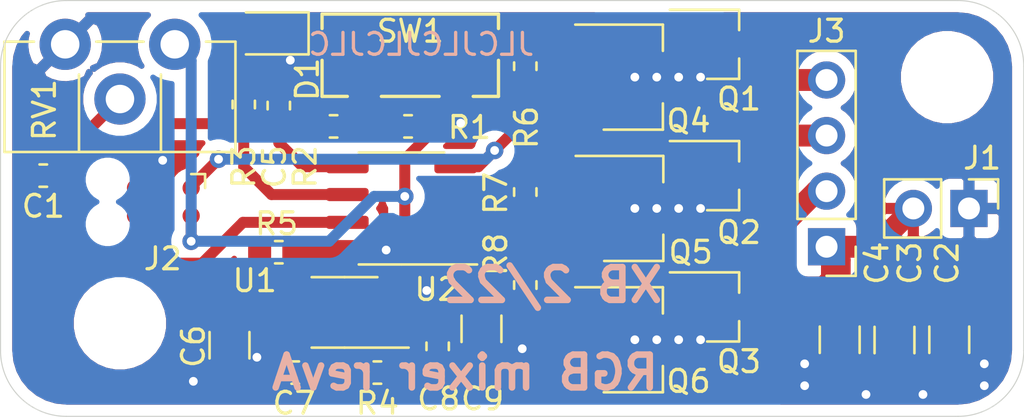
<source format=kicad_pcb>
(kicad_pcb (version 20171130) (host pcbnew 5.1.5+dfsg1-2build2)

  (general
    (thickness 1.6)
    (drawings 11)
    (tracks 192)
    (zones 0)
    (modules 33)
    (nets 19)
  )

  (page A4)
  (layers
    (0 F.Cu signal hide)
    (31 B.Cu signal hide)
    (32 B.Adhes user hide)
    (33 F.Adhes user hide)
    (34 B.Paste user hide)
    (35 F.Paste user hide)
    (36 B.SilkS user hide)
    (37 F.SilkS user)
    (38 B.Mask user hide)
    (39 F.Mask user hide)
    (40 Dwgs.User user hide)
    (41 Cmts.User user hide)
    (42 Eco1.User user hide)
    (43 Eco2.User user hide)
    (44 Edge.Cuts user)
    (45 Margin user hide)
    (46 B.CrtYd user hide)
    (47 F.CrtYd user)
    (48 B.Fab user hide)
    (49 F.Fab user hide)
  )

  (setup
    (last_trace_width 0.25)
    (user_trace_width 0.35)
    (user_trace_width 0.5)
    (user_trace_width 0.8)
    (user_trace_width 1)
    (user_trace_width 1.5)
    (user_trace_width 2)
    (trace_clearance 0.2)
    (zone_clearance 0.508)
    (zone_45_only no)
    (trace_min 0.2)
    (via_size 0.8)
    (via_drill 0.4)
    (via_min_size 0.4)
    (via_min_drill 0.3)
    (uvia_size 0.3)
    (uvia_drill 0.1)
    (uvias_allowed no)
    (uvia_min_size 0.2)
    (uvia_min_drill 0.1)
    (edge_width 0.05)
    (segment_width 0.2)
    (pcb_text_width 0.3)
    (pcb_text_size 1.5 1.5)
    (mod_edge_width 0.12)
    (mod_text_size 1 1)
    (mod_text_width 0.15)
    (pad_size 1.524 1.524)
    (pad_drill 0.762)
    (pad_to_mask_clearance 0.051)
    (solder_mask_min_width 0.25)
    (aux_axis_origin 0 0)
    (visible_elements FFFFFF7F)
    (pcbplotparams
      (layerselection 0x010fc_ffffffff)
      (usegerberextensions false)
      (usegerberattributes false)
      (usegerberadvancedattributes false)
      (creategerberjobfile false)
      (excludeedgelayer true)
      (linewidth 0.100000)
      (plotframeref false)
      (viasonmask false)
      (mode 1)
      (useauxorigin false)
      (hpglpennumber 1)
      (hpglpenspeed 20)
      (hpglpendiameter 15.000000)
      (psnegative false)
      (psa4output false)
      (plotreference true)
      (plotvalue true)
      (plotinvisibletext false)
      (padsonsilk false)
      (subtractmaskfromsilk false)
      (outputformat 1)
      (mirror false)
      (drillshape 0)
      (scaleselection 1)
      (outputdirectory "./output/"))
  )

  (net 0 "")
  (net 1 GND)
  (net 2 /Pot)
  (net 3 +12V)
  (net 4 /SW_filt)
  (net 5 +3V3)
  (net 6 /LED)
  (net 7 /PWM_G)
  (net 8 /LED_B)
  (net 9 /LED_R)
  (net 10 /LED_G)
  (net 11 /SW)
  (net 12 /PWM_R)
  (net 13 /PWM_B)
  (net 14 /LED_n)
  (net 15 /Gate_G)
  (net 16 /Gate_R)
  (net 17 /Gate_B)
  (net 18 /Reg_fb)

  (net_class Default "This is the default net class."
    (clearance 0.2)
    (trace_width 0.25)
    (via_dia 0.8)
    (via_drill 0.4)
    (uvia_dia 0.3)
    (uvia_drill 0.1)
    (add_net +12V)
    (add_net +3V3)
    (add_net /Gate_B)
    (add_net /Gate_G)
    (add_net /Gate_R)
    (add_net /LED)
    (add_net /LED_B)
    (add_net /LED_G)
    (add_net /LED_R)
    (add_net /LED_n)
    (add_net /PWM_B)
    (add_net /PWM_G)
    (add_net /PWM_R)
    (add_net /Pot)
    (add_net /Reg_fb)
    (add_net /SW)
    (add_net /SW_filt)
    (add_net GND)
  )

  (module Potentiometer_THT:Potentiometer_Piher_PT-10-H01_Horizontal (layer F.Cu) (tedit 5A3D4993) (tstamp 6217771E)
    (at 108.75 123 270)
    (descr "Potentiometer, horizontal, Piher PT-10-H01, http://www.piher-nacesa.com/pdf/12-PT10v03.pdf")
    (tags "Potentiometer horizontal Piher PT-10-H01")
    (path /6225266E)
    (fp_text reference RV1 (at 3 5.95 270) (layer F.SilkS)
      (effects (font (size 1 1) (thickness 0.15)))
    )
    (fp_text value 100k (at 0 8.9 90) (layer F.Fab)
      (effects (font (size 1 1) (thickness 0.15)))
    )
    (fp_text user %R (at 2.4 2.5 90) (layer F.Fab)
      (effects (font (size 1 1) (thickness 0.15)))
    )
    (fp_line (start 5.05 -2.95) (end -1.45 -2.95) (layer F.CrtYd) (width 0.05))
    (fp_line (start 5.05 7.9) (end 5.05 -2.95) (layer F.CrtYd) (width 0.05))
    (fp_line (start -1.45 7.9) (end 5.05 7.9) (layer F.CrtYd) (width 0.05))
    (fp_line (start -1.45 -2.95) (end -1.45 7.9) (layer F.CrtYd) (width 0.05))
    (fp_line (start 4.92 0.63) (end 4.92 4.37) (layer F.SilkS) (width 0.12))
    (fp_line (start -0.121 1.426) (end -0.121 3.575) (layer F.SilkS) (width 0.12))
    (fp_line (start 1.381 4.37) (end 4.92 4.37) (layer F.SilkS) (width 0.12))
    (fp_line (start 1.381 0.63) (end 4.92 0.63) (layer F.SilkS) (width 0.12))
    (fp_line (start -0.121 1.426) (end -0.121 3.575) (layer F.SilkS) (width 0.12))
    (fp_line (start -0.121 -2.771) (end -0.121 -1.426) (layer F.SilkS) (width 0.12))
    (fp_line (start -0.121 6.425) (end -0.121 7.77) (layer F.SilkS) (width 0.12))
    (fp_line (start 4.92 -2.771) (end 4.92 7.77) (layer F.SilkS) (width 0.12))
    (fp_line (start -0.121 7.77) (end 4.92 7.77) (layer F.SilkS) (width 0.12))
    (fp_line (start -0.121 -2.771) (end 4.92 -2.771) (layer F.SilkS) (width 0.12))
    (fp_line (start 4.8 0.75) (end 0 0.75) (layer F.Fab) (width 0.1))
    (fp_line (start 4.8 4.25) (end 4.8 0.75) (layer F.Fab) (width 0.1))
    (fp_line (start 0 4.25) (end 4.8 4.25) (layer F.Fab) (width 0.1))
    (fp_line (start 0 0.75) (end 0 4.25) (layer F.Fab) (width 0.1))
    (fp_line (start 0 -2.65) (end 4.8 -2.65) (layer F.Fab) (width 0.1))
    (fp_line (start 0 7.65) (end 0 -2.65) (layer F.Fab) (width 0.1))
    (fp_line (start 4.8 7.65) (end 0 7.65) (layer F.Fab) (width 0.1))
    (fp_line (start 4.8 -2.65) (end 4.8 7.65) (layer F.Fab) (width 0.1))
    (pad 1 thru_hole circle (at 0 0 270) (size 2.34 2.34) (drill 1.3) (layers *.Cu *.Mask)
      (net 5 +3V3))
    (pad 2 thru_hole circle (at 2.5 2.5 270) (size 2.34 2.34) (drill 1.3) (layers *.Cu *.Mask)
      (net 2 /Pot))
    (pad 3 thru_hole circle (at 0 5 270) (size 2.34 2.34) (drill 1.3) (layers *.Cu *.Mask)
      (net 1 GND))
    (model ${KISYS3DMOD}/Potentiometer_THT.3dshapes/PT10_PTC10_10LH01.STEP
      (offset (xyz 0 -2.5 7))
      (scale (xyz 1 1 1))
      (rotate (xyz -90 0 -90))
    )
  )

  (module Capacitor_SMD:C_0603_1608Metric_Pad1.05x0.95mm_HandSolder (layer F.Cu) (tedit 5B301BBE) (tstamp 6217BC36)
    (at 102.75 129 180)
    (descr "Capacitor SMD 0603 (1608 Metric), square (rectangular) end terminal, IPC_7351 nominal with elongated pad for handsoldering. (Body size source: http://www.tortai-tech.com/upload/download/2011102023233369053.pdf), generated with kicad-footprint-generator")
    (tags "capacitor handsolder")
    (path /62282409)
    (attr smd)
    (fp_text reference C1 (at 0 -1.4) (layer F.SilkS)
      (effects (font (size 1 1) (thickness 0.15)))
    )
    (fp_text value 100n (at 0 1.43) (layer F.Fab)
      (effects (font (size 1 1) (thickness 0.15)))
    )
    (fp_text user %R (at 0 0) (layer F.Fab)
      (effects (font (size 0.4 0.4) (thickness 0.06)))
    )
    (fp_line (start 1.65 0.73) (end -1.65 0.73) (layer F.CrtYd) (width 0.05))
    (fp_line (start 1.65 -0.73) (end 1.65 0.73) (layer F.CrtYd) (width 0.05))
    (fp_line (start -1.65 -0.73) (end 1.65 -0.73) (layer F.CrtYd) (width 0.05))
    (fp_line (start -1.65 0.73) (end -1.65 -0.73) (layer F.CrtYd) (width 0.05))
    (fp_line (start -0.171267 0.51) (end 0.171267 0.51) (layer F.SilkS) (width 0.12))
    (fp_line (start -0.171267 -0.51) (end 0.171267 -0.51) (layer F.SilkS) (width 0.12))
    (fp_line (start 0.8 0.4) (end -0.8 0.4) (layer F.Fab) (width 0.1))
    (fp_line (start 0.8 -0.4) (end 0.8 0.4) (layer F.Fab) (width 0.1))
    (fp_line (start -0.8 -0.4) (end 0.8 -0.4) (layer F.Fab) (width 0.1))
    (fp_line (start -0.8 0.4) (end -0.8 -0.4) (layer F.Fab) (width 0.1))
    (pad 2 smd roundrect (at 0.875 0 180) (size 1.05 0.95) (layers F.Cu F.Paste F.Mask) (roundrect_rratio 0.25)
      (net 1 GND))
    (pad 1 smd roundrect (at -0.875 0 180) (size 1.05 0.95) (layers F.Cu F.Paste F.Mask) (roundrect_rratio 0.25)
      (net 2 /Pot))
    (model ${KISYS3DMOD}/Capacitor_SMD.3dshapes/C_0603_1608Metric.wrl
      (at (xyz 0 0 0))
      (scale (xyz 1 1 1))
      (rotate (xyz 0 0 0))
    )
  )

  (module solar_mppt1:TL3330 (layer F.Cu) (tedit 621691B0) (tstamp 62175CCC)
    (at 119.5 123.5 180)
    (path /62411BD1)
    (fp_text reference SW1 (at 0 1.1) (layer F.SilkS)
      (effects (font (size 1 1) (thickness 0.15)))
    )
    (fp_text value TL3330AF130QG (at 0.5 3) (layer F.Fab) hide
      (effects (font (size 1 1) (thickness 0.15)))
    )
    (fp_line (start 4.3561 -2.286) (end -4.3561 -2.286) (layer F.CrtYd) (width 0.1524))
    (fp_line (start 4.3561 2.0066) (end 4.3561 -2.286) (layer F.CrtYd) (width 0.1524))
    (fp_line (start -4.3561 2.0066) (end 4.3561 2.0066) (layer F.CrtYd) (width 0.1524))
    (fp_line (start -4.3561 -2.286) (end -4.3561 2.0066) (layer F.CrtYd) (width 0.1524))
    (fp_line (start 4.0259 -0.23114) (end 4.0259 -1.8796) (layer F.SilkS) (width 0.1524))
    (fp_line (start -4.0259 1.22174) (end -4.0259 1.8796) (layer F.SilkS) (width 0.1524))
    (fp_line (start 1.31826 -1.8796) (end -1.31826 -1.8796) (layer F.SilkS) (width 0.1524))
    (fp_line (start -2.87274 -1.8796) (end -4.0259 -1.8796) (layer F.SilkS) (width 0.1524))
    (fp_line (start -3.8989 -1.7526) (end -3.8989 1.7526) (layer F.Fab) (width 0.1524))
    (fp_line (start 3.8989 -1.7526) (end -3.8989 -1.7526) (layer F.Fab) (width 0.1524))
    (fp_line (start 3.8989 1.7526) (end 3.8989 -1.7526) (layer F.Fab) (width 0.1524))
    (fp_line (start -3.8989 1.7526) (end 3.8989 1.7526) (layer F.Fab) (width 0.1524))
    (fp_line (start -4.0259 -1.8796) (end -4.0259 -0.23114) (layer F.SilkS) (width 0.1524))
    (fp_line (start 4.0259 -1.8796) (end 2.87274 -1.8796) (layer F.SilkS) (width 0.1524))
    (fp_line (start 4.0259 1.8796) (end 4.0259 1.22174) (layer F.SilkS) (width 0.1524))
    (fp_line (start -4.0259 1.8796) (end 4.0259 1.8796) (layer F.SilkS) (width 0.1524))
    (pad 4 smd rect (at 3.3782 0.4953 180) (size 1.4478 0.7874) (layers F.Cu F.Paste F.Mask))
    (pad 3 smd rect (at -3.3782 0.4953 180) (size 1.4478 0.7874) (layers F.Cu F.Paste F.Mask))
    (pad 2 smd rect (at 2.0955 -1.397 180) (size 0.889 1.27) (layers F.Cu F.Paste F.Mask)
      (net 11 /SW))
    (pad 1 smd rect (at -2.0955 -1.397 180) (size 0.889 1.27) (layers F.Cu F.Paste F.Mask)
      (net 1 GND))
    (model /home/user/Documents/PCB/solar_mppt1/libraries/TL3330_sw_model.step
      (at (xyz 0 0 0))
      (scale (xyz 1 1 1))
      (rotate (xyz 0 0 0))
    )
  )

  (module MountingHole:MountingHole_3.2mm_M3 (layer F.Cu) (tedit 56D1B4CB) (tstamp 62174094)
    (at 144 124.5)
    (descr "Mounting Hole 3.2mm, no annular, M3")
    (tags "mounting hole 3.2mm no annular m3")
    (path /624ECBBB)
    (attr virtual)
    (fp_text reference H2 (at 0 -4.2) (layer F.SilkS) hide
      (effects (font (size 1 1) (thickness 0.15)))
    )
    (fp_text value MountingHole (at 0 4.2) (layer F.Fab)
      (effects (font (size 1 1) (thickness 0.15)))
    )
    (fp_circle (center 0 0) (end 3.45 0) (layer F.CrtYd) (width 0.05))
    (fp_circle (center 0 0) (end 3.2 0) (layer Cmts.User) (width 0.15))
    (fp_text user %R (at 0.3 0) (layer F.Fab)
      (effects (font (size 1 1) (thickness 0.15)))
    )
    (pad 1 np_thru_hole circle (at 0 0) (size 3.2 3.2) (drill 3.2) (layers *.Cu *.Mask))
  )

  (module MountingHole:MountingHole_3.2mm_M3 (layer F.Cu) (tedit 56D1B4CB) (tstamp 62173FEF)
    (at 106.25 135.75)
    (descr "Mounting Hole 3.2mm, no annular, M3")
    (tags "mounting hole 3.2mm no annular m3")
    (path /624E83E1)
    (attr virtual)
    (fp_text reference H1 (at 0 -4.2) (layer F.SilkS) hide
      (effects (font (size 1 1) (thickness 0.15)))
    )
    (fp_text value MountingHole (at 0 4.2) (layer F.Fab)
      (effects (font (size 1 1) (thickness 0.15)))
    )
    (fp_circle (center 0 0) (end 3.45 0) (layer F.CrtYd) (width 0.05))
    (fp_circle (center 0 0) (end 3.2 0) (layer Cmts.User) (width 0.15))
    (fp_text user %R (at 0.3 0) (layer F.Fab)
      (effects (font (size 1 1) (thickness 0.15)))
    )
    (pad 1 np_thru_hole circle (at 0 0) (size 3.2 3.2) (drill 3.2) (layers *.Cu *.Mask))
  )

  (module Resistor_SMD:R_0603_1608Metric_Pad1.05x0.95mm_HandSolder (layer F.Cu) (tedit 5B301BBD) (tstamp 62174172)
    (at 124.75 134 90)
    (descr "Resistor SMD 0603 (1608 Metric), square (rectangular) end terminal, IPC_7351 nominal with elongated pad for handsoldering. (Body size source: http://www.tortai-tech.com/upload/download/2011102023233369053.pdf), generated with kicad-footprint-generator")
    (tags "resistor handsolder")
    (path /62188562)
    (attr smd)
    (fp_text reference R8 (at 1.4 -1.35 90) (layer F.SilkS)
      (effects (font (size 1 1) (thickness 0.15)))
    )
    (fp_text value 10 (at 0 1.43 90) (layer F.Fab)
      (effects (font (size 1 1) (thickness 0.15)))
    )
    (fp_text user %R (at 0 0 90) (layer F.Fab)
      (effects (font (size 0.4 0.4) (thickness 0.06)))
    )
    (fp_line (start 1.65 0.73) (end -1.65 0.73) (layer F.CrtYd) (width 0.05))
    (fp_line (start 1.65 -0.73) (end 1.65 0.73) (layer F.CrtYd) (width 0.05))
    (fp_line (start -1.65 -0.73) (end 1.65 -0.73) (layer F.CrtYd) (width 0.05))
    (fp_line (start -1.65 0.73) (end -1.65 -0.73) (layer F.CrtYd) (width 0.05))
    (fp_line (start -0.171267 0.51) (end 0.171267 0.51) (layer F.SilkS) (width 0.12))
    (fp_line (start -0.171267 -0.51) (end 0.171267 -0.51) (layer F.SilkS) (width 0.12))
    (fp_line (start 0.8 0.4) (end -0.8 0.4) (layer F.Fab) (width 0.1))
    (fp_line (start 0.8 -0.4) (end 0.8 0.4) (layer F.Fab) (width 0.1))
    (fp_line (start -0.8 -0.4) (end 0.8 -0.4) (layer F.Fab) (width 0.1))
    (fp_line (start -0.8 0.4) (end -0.8 -0.4) (layer F.Fab) (width 0.1))
    (pad 2 smd roundrect (at 0.875 0 90) (size 1.05 0.95) (layers F.Cu F.Paste F.Mask) (roundrect_rratio 0.25)
      (net 7 /PWM_G))
    (pad 1 smd roundrect (at -0.875 0 90) (size 1.05 0.95) (layers F.Cu F.Paste F.Mask) (roundrect_rratio 0.25)
      (net 15 /Gate_G))
    (model ${KISYS3DMOD}/Resistor_SMD.3dshapes/R_0603_1608Metric.wrl
      (at (xyz 0 0 0))
      (scale (xyz 1 1 1))
      (rotate (xyz 0 0 0))
    )
  )

  (module Resistor_SMD:R_0603_1608Metric_Pad1.05x0.95mm_HandSolder (layer F.Cu) (tedit 5B301BBD) (tstamp 6217400D)
    (at 124.75 129.75 270)
    (descr "Resistor SMD 0603 (1608 Metric), square (rectangular) end terminal, IPC_7351 nominal with elongated pad for handsoldering. (Body size source: http://www.tortai-tech.com/upload/download/2011102023233369053.pdf), generated with kicad-footprint-generator")
    (tags "resistor handsolder")
    (path /62184B08)
    (attr smd)
    (fp_text reference R7 (at 0.05 1.35 90) (layer F.SilkS)
      (effects (font (size 1 1) (thickness 0.15)))
    )
    (fp_text value 10 (at 0 1.43 90) (layer F.Fab)
      (effects (font (size 1 1) (thickness 0.15)))
    )
    (fp_text user %R (at 0 0 90) (layer F.Fab)
      (effects (font (size 0.4 0.4) (thickness 0.06)))
    )
    (fp_line (start 1.65 0.73) (end -1.65 0.73) (layer F.CrtYd) (width 0.05))
    (fp_line (start 1.65 -0.73) (end 1.65 0.73) (layer F.CrtYd) (width 0.05))
    (fp_line (start -1.65 -0.73) (end 1.65 -0.73) (layer F.CrtYd) (width 0.05))
    (fp_line (start -1.65 0.73) (end -1.65 -0.73) (layer F.CrtYd) (width 0.05))
    (fp_line (start -0.171267 0.51) (end 0.171267 0.51) (layer F.SilkS) (width 0.12))
    (fp_line (start -0.171267 -0.51) (end 0.171267 -0.51) (layer F.SilkS) (width 0.12))
    (fp_line (start 0.8 0.4) (end -0.8 0.4) (layer F.Fab) (width 0.1))
    (fp_line (start 0.8 -0.4) (end 0.8 0.4) (layer F.Fab) (width 0.1))
    (fp_line (start -0.8 -0.4) (end 0.8 -0.4) (layer F.Fab) (width 0.1))
    (fp_line (start -0.8 0.4) (end -0.8 -0.4) (layer F.Fab) (width 0.1))
    (pad 2 smd roundrect (at 0.875 0 270) (size 1.05 0.95) (layers F.Cu F.Paste F.Mask) (roundrect_rratio 0.25)
      (net 12 /PWM_R))
    (pad 1 smd roundrect (at -0.875 0 270) (size 1.05 0.95) (layers F.Cu F.Paste F.Mask) (roundrect_rratio 0.25)
      (net 16 /Gate_R))
    (model ${KISYS3DMOD}/Resistor_SMD.3dshapes/R_0603_1608Metric.wrl
      (at (xyz 0 0 0))
      (scale (xyz 1 1 1))
      (rotate (xyz 0 0 0))
    )
  )

  (module Resistor_SMD:R_0603_1608Metric_Pad1.05x0.95mm_HandSolder (layer F.Cu) (tedit 5B301BBD) (tstamp 621740B2)
    (at 124.75 124 270)
    (descr "Resistor SMD 0603 (1608 Metric), square (rectangular) end terminal, IPC_7351 nominal with elongated pad for handsoldering. (Body size source: http://www.tortai-tech.com/upload/download/2011102023233369053.pdf), generated with kicad-footprint-generator")
    (tags "resistor handsolder")
    (path /621671D0)
    (attr smd)
    (fp_text reference R6 (at 2.8 -0.05 90) (layer F.SilkS)
      (effects (font (size 1 1) (thickness 0.15)))
    )
    (fp_text value 10 (at 0 1.43 90) (layer F.Fab)
      (effects (font (size 1 1) (thickness 0.15)))
    )
    (fp_text user %R (at 0 0 90) (layer F.Fab)
      (effects (font (size 0.4 0.4) (thickness 0.06)))
    )
    (fp_line (start 1.65 0.73) (end -1.65 0.73) (layer F.CrtYd) (width 0.05))
    (fp_line (start 1.65 -0.73) (end 1.65 0.73) (layer F.CrtYd) (width 0.05))
    (fp_line (start -1.65 -0.73) (end 1.65 -0.73) (layer F.CrtYd) (width 0.05))
    (fp_line (start -1.65 0.73) (end -1.65 -0.73) (layer F.CrtYd) (width 0.05))
    (fp_line (start -0.171267 0.51) (end 0.171267 0.51) (layer F.SilkS) (width 0.12))
    (fp_line (start -0.171267 -0.51) (end 0.171267 -0.51) (layer F.SilkS) (width 0.12))
    (fp_line (start 0.8 0.4) (end -0.8 0.4) (layer F.Fab) (width 0.1))
    (fp_line (start 0.8 -0.4) (end 0.8 0.4) (layer F.Fab) (width 0.1))
    (fp_line (start -0.8 -0.4) (end 0.8 -0.4) (layer F.Fab) (width 0.1))
    (fp_line (start -0.8 0.4) (end -0.8 -0.4) (layer F.Fab) (width 0.1))
    (pad 2 smd roundrect (at 0.875 0 270) (size 1.05 0.95) (layers F.Cu F.Paste F.Mask) (roundrect_rratio 0.25)
      (net 13 /PWM_B))
    (pad 1 smd roundrect (at -0.875 0 270) (size 1.05 0.95) (layers F.Cu F.Paste F.Mask) (roundrect_rratio 0.25)
      (net 17 /Gate_B))
    (model ${KISYS3DMOD}/Resistor_SMD.3dshapes/R_0603_1608Metric.wrl
      (at (xyz 0 0 0))
      (scale (xyz 1 1 1))
      (rotate (xyz 0 0 0))
    )
  )

  (module Resistor_SMD:R_0603_1608Metric_Pad1.05x0.95mm_HandSolder (layer F.Cu) (tedit 5B301BBD) (tstamp 621745E3)
    (at 113.5 132.5 180)
    (descr "Resistor SMD 0603 (1608 Metric), square (rectangular) end terminal, IPC_7351 nominal with elongated pad for handsoldering. (Body size source: http://www.tortai-tech.com/upload/download/2011102023233369053.pdf), generated with kicad-footprint-generator")
    (tags "resistor handsolder")
    (path /623C1AF2)
    (attr smd)
    (fp_text reference R5 (at 0.1 1.3) (layer F.SilkS)
      (effects (font (size 1 1) (thickness 0.15)))
    )
    (fp_text value 18k (at 0 1.43) (layer F.Fab)
      (effects (font (size 1 1) (thickness 0.15)))
    )
    (fp_line (start -0.8 0.4) (end -0.8 -0.4) (layer F.Fab) (width 0.1))
    (fp_line (start -0.8 -0.4) (end 0.8 -0.4) (layer F.Fab) (width 0.1))
    (fp_line (start 0.8 -0.4) (end 0.8 0.4) (layer F.Fab) (width 0.1))
    (fp_line (start 0.8 0.4) (end -0.8 0.4) (layer F.Fab) (width 0.1))
    (fp_line (start -0.171267 -0.51) (end 0.171267 -0.51) (layer F.SilkS) (width 0.12))
    (fp_line (start -0.171267 0.51) (end 0.171267 0.51) (layer F.SilkS) (width 0.12))
    (fp_line (start -1.65 0.73) (end -1.65 -0.73) (layer F.CrtYd) (width 0.05))
    (fp_line (start -1.65 -0.73) (end 1.65 -0.73) (layer F.CrtYd) (width 0.05))
    (fp_line (start 1.65 -0.73) (end 1.65 0.73) (layer F.CrtYd) (width 0.05))
    (fp_line (start 1.65 0.73) (end -1.65 0.73) (layer F.CrtYd) (width 0.05))
    (fp_text user %R (at 0 0) (layer F.Fab)
      (effects (font (size 0.4 0.4) (thickness 0.06)))
    )
    (pad 1 smd roundrect (at -0.875 0 180) (size 1.05 0.95) (layers F.Cu F.Paste F.Mask) (roundrect_rratio 0.25)
      (net 1 GND))
    (pad 2 smd roundrect (at 0.875 0 180) (size 1.05 0.95) (layers F.Cu F.Paste F.Mask) (roundrect_rratio 0.25)
      (net 18 /Reg_fb))
    (model ${KISYS3DMOD}/Resistor_SMD.3dshapes/R_0603_1608Metric.wrl
      (at (xyz 0 0 0))
      (scale (xyz 1 1 1))
      (rotate (xyz 0 0 0))
    )
  )

  (module Resistor_SMD:R_0603_1608Metric_Pad1.05x0.95mm_HandSolder (layer F.Cu) (tedit 5B301BBD) (tstamp 6217406D)
    (at 118 138)
    (descr "Resistor SMD 0603 (1608 Metric), square (rectangular) end terminal, IPC_7351 nominal with elongated pad for handsoldering. (Body size source: http://www.tortai-tech.com/upload/download/2011102023233369053.pdf), generated with kicad-footprint-generator")
    (tags "resistor handsolder")
    (path /623BFF75)
    (attr smd)
    (fp_text reference R4 (at 0 1.4) (layer F.SilkS)
      (effects (font (size 1 1) (thickness 0.15)))
    )
    (fp_text value 39k (at 0 1.43) (layer F.Fab)
      (effects (font (size 1 1) (thickness 0.15)))
    )
    (fp_text user %R (at 0 0) (layer F.Fab)
      (effects (font (size 0.4 0.4) (thickness 0.06)))
    )
    (fp_line (start 1.65 0.73) (end -1.65 0.73) (layer F.CrtYd) (width 0.05))
    (fp_line (start 1.65 -0.73) (end 1.65 0.73) (layer F.CrtYd) (width 0.05))
    (fp_line (start -1.65 -0.73) (end 1.65 -0.73) (layer F.CrtYd) (width 0.05))
    (fp_line (start -1.65 0.73) (end -1.65 -0.73) (layer F.CrtYd) (width 0.05))
    (fp_line (start -0.171267 0.51) (end 0.171267 0.51) (layer F.SilkS) (width 0.12))
    (fp_line (start -0.171267 -0.51) (end 0.171267 -0.51) (layer F.SilkS) (width 0.12))
    (fp_line (start 0.8 0.4) (end -0.8 0.4) (layer F.Fab) (width 0.1))
    (fp_line (start 0.8 -0.4) (end 0.8 0.4) (layer F.Fab) (width 0.1))
    (fp_line (start -0.8 -0.4) (end 0.8 -0.4) (layer F.Fab) (width 0.1))
    (fp_line (start -0.8 0.4) (end -0.8 -0.4) (layer F.Fab) (width 0.1))
    (pad 2 smd roundrect (at 0.875 0) (size 1.05 0.95) (layers F.Cu F.Paste F.Mask) (roundrect_rratio 0.25)
      (net 5 +3V3))
    (pad 1 smd roundrect (at -0.875 0) (size 1.05 0.95) (layers F.Cu F.Paste F.Mask) (roundrect_rratio 0.25)
      (net 18 /Reg_fb))
    (model ${KISYS3DMOD}/Resistor_SMD.3dshapes/R_0603_1608Metric.wrl
      (at (xyz 0 0 0))
      (scale (xyz 1 1 1))
      (rotate (xyz 0 0 0))
    )
  )

  (module Resistor_SMD:R_0603_1608Metric_Pad1.05x0.95mm_HandSolder (layer F.Cu) (tedit 5B301BBD) (tstamp 6217403D)
    (at 111.9 125.75 270)
    (descr "Resistor SMD 0603 (1608 Metric), square (rectangular) end terminal, IPC_7351 nominal with elongated pad for handsoldering. (Body size source: http://www.tortai-tech.com/upload/download/2011102023233369053.pdf), generated with kicad-footprint-generator")
    (tags "resistor handsolder")
    (path /6238A172)
    (attr smd)
    (fp_text reference R3 (at 2.85 0 90) (layer F.SilkS)
      (effects (font (size 1 1) (thickness 0.15)))
    )
    (fp_text value 470 (at 0 1.43 90) (layer F.Fab)
      (effects (font (size 1 1) (thickness 0.15)))
    )
    (fp_text user %R (at 0 0 90) (layer F.Fab)
      (effects (font (size 0.4 0.4) (thickness 0.06)))
    )
    (fp_line (start 1.65 0.73) (end -1.65 0.73) (layer F.CrtYd) (width 0.05))
    (fp_line (start 1.65 -0.73) (end 1.65 0.73) (layer F.CrtYd) (width 0.05))
    (fp_line (start -1.65 -0.73) (end 1.65 -0.73) (layer F.CrtYd) (width 0.05))
    (fp_line (start -1.65 0.73) (end -1.65 -0.73) (layer F.CrtYd) (width 0.05))
    (fp_line (start -0.171267 0.51) (end 0.171267 0.51) (layer F.SilkS) (width 0.12))
    (fp_line (start -0.171267 -0.51) (end 0.171267 -0.51) (layer F.SilkS) (width 0.12))
    (fp_line (start 0.8 0.4) (end -0.8 0.4) (layer F.Fab) (width 0.1))
    (fp_line (start 0.8 -0.4) (end 0.8 0.4) (layer F.Fab) (width 0.1))
    (fp_line (start -0.8 -0.4) (end 0.8 -0.4) (layer F.Fab) (width 0.1))
    (fp_line (start -0.8 0.4) (end -0.8 -0.4) (layer F.Fab) (width 0.1))
    (pad 2 smd roundrect (at 0.875 0 270) (size 1.05 0.95) (layers F.Cu F.Paste F.Mask) (roundrect_rratio 0.25)
      (net 6 /LED))
    (pad 1 smd roundrect (at -0.875 0 270) (size 1.05 0.95) (layers F.Cu F.Paste F.Mask) (roundrect_rratio 0.25)
      (net 14 /LED_n))
    (model ${KISYS3DMOD}/Resistor_SMD.3dshapes/R_0603_1608Metric.wrl
      (at (xyz 0 0 0))
      (scale (xyz 1 1 1))
      (rotate (xyz 0 0 0))
    )
  )

  (module Resistor_SMD:R_0603_1608Metric_Pad1.05x0.95mm_HandSolder (layer F.Cu) (tedit 5B301BBD) (tstamp 621740E2)
    (at 116 126.75 180)
    (descr "Resistor SMD 0603 (1608 Metric), square (rectangular) end terminal, IPC_7351 nominal with elongated pad for handsoldering. (Body size source: http://www.tortai-tech.com/upload/download/2011102023233369053.pdf), generated with kicad-footprint-generator")
    (tags "resistor handsolder")
    (path /62281239)
    (attr smd)
    (fp_text reference R2 (at 1.3 -1.85 90) (layer F.SilkS)
      (effects (font (size 1 1) (thickness 0.15)))
    )
    (fp_text value 1k96 (at 0 1.43) (layer F.Fab)
      (effects (font (size 1 1) (thickness 0.15)))
    )
    (fp_text user %R (at 0 0) (layer F.Fab)
      (effects (font (size 0.4 0.4) (thickness 0.06)))
    )
    (fp_line (start 1.65 0.73) (end -1.65 0.73) (layer F.CrtYd) (width 0.05))
    (fp_line (start 1.65 -0.73) (end 1.65 0.73) (layer F.CrtYd) (width 0.05))
    (fp_line (start -1.65 -0.73) (end 1.65 -0.73) (layer F.CrtYd) (width 0.05))
    (fp_line (start -1.65 0.73) (end -1.65 -0.73) (layer F.CrtYd) (width 0.05))
    (fp_line (start -0.171267 0.51) (end 0.171267 0.51) (layer F.SilkS) (width 0.12))
    (fp_line (start -0.171267 -0.51) (end 0.171267 -0.51) (layer F.SilkS) (width 0.12))
    (fp_line (start 0.8 0.4) (end -0.8 0.4) (layer F.Fab) (width 0.1))
    (fp_line (start 0.8 -0.4) (end 0.8 0.4) (layer F.Fab) (width 0.1))
    (fp_line (start -0.8 -0.4) (end 0.8 -0.4) (layer F.Fab) (width 0.1))
    (fp_line (start -0.8 0.4) (end -0.8 -0.4) (layer F.Fab) (width 0.1))
    (pad 2 smd roundrect (at 0.875 0 180) (size 1.05 0.95) (layers F.Cu F.Paste F.Mask) (roundrect_rratio 0.25)
      (net 4 /SW_filt))
    (pad 1 smd roundrect (at -0.875 0 180) (size 1.05 0.95) (layers F.Cu F.Paste F.Mask) (roundrect_rratio 0.25)
      (net 11 /SW))
    (model ${KISYS3DMOD}/Resistor_SMD.3dshapes/R_0603_1608Metric.wrl
      (at (xyz 0 0 0))
      (scale (xyz 1 1 1))
      (rotate (xyz 0 0 0))
    )
  )

  (module Resistor_SMD:R_0603_1608Metric_Pad1.05x0.95mm_HandSolder (layer F.Cu) (tedit 5B301BBD) (tstamp 62174643)
    (at 119.4 126.75)
    (descr "Resistor SMD 0603 (1608 Metric), square (rectangular) end terminal, IPC_7351 nominal with elongated pad for handsoldering. (Body size source: http://www.tortai-tech.com/upload/download/2011102023233369053.pdf), generated with kicad-footprint-generator")
    (tags "resistor handsolder")
    (path /6227682E)
    (attr smd)
    (fp_text reference R1 (at 2.8 0.05) (layer F.SilkS)
      (effects (font (size 1 1) (thickness 0.15)))
    )
    (fp_text value 39k (at 0 1.43) (layer F.Fab)
      (effects (font (size 1 1) (thickness 0.15)))
    )
    (fp_text user %R (at 0 0) (layer F.Fab)
      (effects (font (size 0.4 0.4) (thickness 0.06)))
    )
    (fp_line (start 1.65 0.73) (end -1.65 0.73) (layer F.CrtYd) (width 0.05))
    (fp_line (start 1.65 -0.73) (end 1.65 0.73) (layer F.CrtYd) (width 0.05))
    (fp_line (start -1.65 -0.73) (end 1.65 -0.73) (layer F.CrtYd) (width 0.05))
    (fp_line (start -1.65 0.73) (end -1.65 -0.73) (layer F.CrtYd) (width 0.05))
    (fp_line (start -0.171267 0.51) (end 0.171267 0.51) (layer F.SilkS) (width 0.12))
    (fp_line (start -0.171267 -0.51) (end 0.171267 -0.51) (layer F.SilkS) (width 0.12))
    (fp_line (start 0.8 0.4) (end -0.8 0.4) (layer F.Fab) (width 0.1))
    (fp_line (start 0.8 -0.4) (end 0.8 0.4) (layer F.Fab) (width 0.1))
    (fp_line (start -0.8 -0.4) (end 0.8 -0.4) (layer F.Fab) (width 0.1))
    (fp_line (start -0.8 0.4) (end -0.8 -0.4) (layer F.Fab) (width 0.1))
    (pad 2 smd roundrect (at 0.875 0) (size 1.05 0.95) (layers F.Cu F.Paste F.Mask) (roundrect_rratio 0.25)
      (net 5 +3V3))
    (pad 1 smd roundrect (at -0.875 0) (size 1.05 0.95) (layers F.Cu F.Paste F.Mask) (roundrect_rratio 0.25)
      (net 11 /SW))
    (model ${KISYS3DMOD}/Resistor_SMD.3dshapes/R_0603_1608Metric.wrl
      (at (xyz 0 0 0))
      (scale (xyz 1 1 1))
      (rotate (xyz 0 0 0))
    )
  )

  (module Capacitor_SMD:C_0603_1608Metric_Pad1.05x0.95mm_HandSolder (layer F.Cu) (tedit 5B301BBE) (tstamp 62174613)
    (at 120.75 136.8 270)
    (descr "Capacitor SMD 0603 (1608 Metric), square (rectangular) end terminal, IPC_7351 nominal with elongated pad for handsoldering. (Body size source: http://www.tortai-tech.com/upload/download/2011102023233369053.pdf), generated with kicad-footprint-generator")
    (tags "capacitor handsolder")
    (path /621A2BF1)
    (attr smd)
    (fp_text reference C8 (at 2.4 -0.05 180) (layer F.SilkS)
      (effects (font (size 1 1) (thickness 0.15)))
    )
    (fp_text value 100n (at 0 1.43 90) (layer F.Fab)
      (effects (font (size 1 1) (thickness 0.15)))
    )
    (fp_text user %R (at 0 0 90) (layer F.Fab)
      (effects (font (size 0.4 0.4) (thickness 0.06)))
    )
    (fp_line (start 1.65 0.73) (end -1.65 0.73) (layer F.CrtYd) (width 0.05))
    (fp_line (start 1.65 -0.73) (end 1.65 0.73) (layer F.CrtYd) (width 0.05))
    (fp_line (start -1.65 -0.73) (end 1.65 -0.73) (layer F.CrtYd) (width 0.05))
    (fp_line (start -1.65 0.73) (end -1.65 -0.73) (layer F.CrtYd) (width 0.05))
    (fp_line (start -0.171267 0.51) (end 0.171267 0.51) (layer F.SilkS) (width 0.12))
    (fp_line (start -0.171267 -0.51) (end 0.171267 -0.51) (layer F.SilkS) (width 0.12))
    (fp_line (start 0.8 0.4) (end -0.8 0.4) (layer F.Fab) (width 0.1))
    (fp_line (start 0.8 -0.4) (end 0.8 0.4) (layer F.Fab) (width 0.1))
    (fp_line (start -0.8 -0.4) (end 0.8 -0.4) (layer F.Fab) (width 0.1))
    (fp_line (start -0.8 0.4) (end -0.8 -0.4) (layer F.Fab) (width 0.1))
    (pad 2 smd roundrect (at 0.875 0 270) (size 1.05 0.95) (layers F.Cu F.Paste F.Mask) (roundrect_rratio 0.25)
      (net 1 GND))
    (pad 1 smd roundrect (at -0.875 0 270) (size 1.05 0.95) (layers F.Cu F.Paste F.Mask) (roundrect_rratio 0.25)
      (net 5 +3V3))
    (model ${KISYS3DMOD}/Capacitor_SMD.3dshapes/C_0603_1608Metric.wrl
      (at (xyz 0 0 0))
      (scale (xyz 1 1 1))
      (rotate (xyz 0 0 0))
    )
  )

  (module Capacitor_SMD:C_0603_1608Metric_Pad1.05x0.95mm_HandSolder (layer F.Cu) (tedit 5B301BBE) (tstamp 62174112)
    (at 114.25 138 180)
    (descr "Capacitor SMD 0603 (1608 Metric), square (rectangular) end terminal, IPC_7351 nominal with elongated pad for handsoldering. (Body size source: http://www.tortai-tech.com/upload/download/2011102023233369053.pdf), generated with kicad-footprint-generator")
    (tags "capacitor handsolder")
    (path /6219D604)
    (attr smd)
    (fp_text reference C7 (at 0.05 -1.4) (layer F.SilkS)
      (effects (font (size 1 1) (thickness 0.15)))
    )
    (fp_text value 100n (at 0 1.43) (layer F.Fab)
      (effects (font (size 1 1) (thickness 0.15)))
    )
    (fp_text user %R (at 0 0) (layer F.Fab)
      (effects (font (size 0.4 0.4) (thickness 0.06)))
    )
    (fp_line (start 1.65 0.73) (end -1.65 0.73) (layer F.CrtYd) (width 0.05))
    (fp_line (start 1.65 -0.73) (end 1.65 0.73) (layer F.CrtYd) (width 0.05))
    (fp_line (start -1.65 -0.73) (end 1.65 -0.73) (layer F.CrtYd) (width 0.05))
    (fp_line (start -1.65 0.73) (end -1.65 -0.73) (layer F.CrtYd) (width 0.05))
    (fp_line (start -0.171267 0.51) (end 0.171267 0.51) (layer F.SilkS) (width 0.12))
    (fp_line (start -0.171267 -0.51) (end 0.171267 -0.51) (layer F.SilkS) (width 0.12))
    (fp_line (start 0.8 0.4) (end -0.8 0.4) (layer F.Fab) (width 0.1))
    (fp_line (start 0.8 -0.4) (end 0.8 0.4) (layer F.Fab) (width 0.1))
    (fp_line (start -0.8 -0.4) (end 0.8 -0.4) (layer F.Fab) (width 0.1))
    (fp_line (start -0.8 0.4) (end -0.8 -0.4) (layer F.Fab) (width 0.1))
    (pad 2 smd roundrect (at 0.875 0 180) (size 1.05 0.95) (layers F.Cu F.Paste F.Mask) (roundrect_rratio 0.25)
      (net 1 GND))
    (pad 1 smd roundrect (at -0.875 0 180) (size 1.05 0.95) (layers F.Cu F.Paste F.Mask) (roundrect_rratio 0.25)
      (net 3 +12V))
    (model ${KISYS3DMOD}/Capacitor_SMD.3dshapes/C_0603_1608Metric.wrl
      (at (xyz 0 0 0))
      (scale (xyz 1 1 1))
      (rotate (xyz 0 0 0))
    )
  )

  (module Capacitor_SMD:C_0603_1608Metric_Pad1.05x0.95mm_HandSolder (layer F.Cu) (tedit 5B301BBE) (tstamp 62174142)
    (at 113.5 125.8 90)
    (descr "Capacitor SMD 0603 (1608 Metric), square (rectangular) end terminal, IPC_7351 nominal with elongated pad for handsoldering. (Body size source: http://www.tortai-tech.com/upload/download/2011102023233369053.pdf), generated with kicad-footprint-generator")
    (tags "capacitor handsolder")
    (path /62283684)
    (attr smd)
    (fp_text reference C5 (at -2.8 -0.2 90) (layer F.SilkS)
      (effects (font (size 1 1) (thickness 0.15)))
    )
    (fp_text value 100n (at 0 1.43 90) (layer F.Fab)
      (effects (font (size 1 1) (thickness 0.15)))
    )
    (fp_text user %R (at 0 0 90) (layer F.Fab)
      (effects (font (size 0.4 0.4) (thickness 0.06)))
    )
    (fp_line (start 1.65 0.73) (end -1.65 0.73) (layer F.CrtYd) (width 0.05))
    (fp_line (start 1.65 -0.73) (end 1.65 0.73) (layer F.CrtYd) (width 0.05))
    (fp_line (start -1.65 -0.73) (end 1.65 -0.73) (layer F.CrtYd) (width 0.05))
    (fp_line (start -1.65 0.73) (end -1.65 -0.73) (layer F.CrtYd) (width 0.05))
    (fp_line (start -0.171267 0.51) (end 0.171267 0.51) (layer F.SilkS) (width 0.12))
    (fp_line (start -0.171267 -0.51) (end 0.171267 -0.51) (layer F.SilkS) (width 0.12))
    (fp_line (start 0.8 0.4) (end -0.8 0.4) (layer F.Fab) (width 0.1))
    (fp_line (start 0.8 -0.4) (end 0.8 0.4) (layer F.Fab) (width 0.1))
    (fp_line (start -0.8 -0.4) (end 0.8 -0.4) (layer F.Fab) (width 0.1))
    (fp_line (start -0.8 0.4) (end -0.8 -0.4) (layer F.Fab) (width 0.1))
    (pad 2 smd roundrect (at 0.875 0 90) (size 1.05 0.95) (layers F.Cu F.Paste F.Mask) (roundrect_rratio 0.25)
      (net 1 GND))
    (pad 1 smd roundrect (at -0.875 0 90) (size 1.05 0.95) (layers F.Cu F.Paste F.Mask) (roundrect_rratio 0.25)
      (net 4 /SW_filt))
    (model ${KISYS3DMOD}/Capacitor_SMD.3dshapes/C_0603_1608Metric.wrl
      (at (xyz 0 0 0))
      (scale (xyz 1 1 1))
      (rotate (xyz 0 0 0))
    )
  )

  (module Package_SO:SOIC-8_3.9x4.9mm_P1.27mm (layer F.Cu) (tedit 5D9F72B1) (tstamp 621742A4)
    (at 119.1 130.5 180)
    (descr "SOIC, 8 Pin (JEDEC MS-012AA, https://www.analog.com/media/en/package-pcb-resources/package/pkg_pdf/soic_narrow-r/r_8.pdf), generated with kicad-footprint-generator ipc_gullwing_generator.py")
    (tags "SOIC SO")
    (path /62338903)
    (attr smd)
    (fp_text reference U2 (at -1.6 -3.7) (layer F.SilkS)
      (effects (font (size 1 1) (thickness 0.15)))
    )
    (fp_text value PIC12F510-ISN (at 0 3.4) (layer F.Fab)
      (effects (font (size 1 1) (thickness 0.15)))
    )
    (fp_text user %R (at 0 0) (layer F.Fab)
      (effects (font (size 0.98 0.98) (thickness 0.15)))
    )
    (fp_line (start 3.7 -2.7) (end -3.7 -2.7) (layer F.CrtYd) (width 0.05))
    (fp_line (start 3.7 2.7) (end 3.7 -2.7) (layer F.CrtYd) (width 0.05))
    (fp_line (start -3.7 2.7) (end 3.7 2.7) (layer F.CrtYd) (width 0.05))
    (fp_line (start -3.7 -2.7) (end -3.7 2.7) (layer F.CrtYd) (width 0.05))
    (fp_line (start -1.95 -1.475) (end -0.975 -2.45) (layer F.Fab) (width 0.1))
    (fp_line (start -1.95 2.45) (end -1.95 -1.475) (layer F.Fab) (width 0.1))
    (fp_line (start 1.95 2.45) (end -1.95 2.45) (layer F.Fab) (width 0.1))
    (fp_line (start 1.95 -2.45) (end 1.95 2.45) (layer F.Fab) (width 0.1))
    (fp_line (start -0.975 -2.45) (end 1.95 -2.45) (layer F.Fab) (width 0.1))
    (fp_line (start 0 -2.56) (end -3.45 -2.56) (layer F.SilkS) (width 0.12))
    (fp_line (start 0 -2.56) (end 1.95 -2.56) (layer F.SilkS) (width 0.12))
    (fp_line (start 0 2.56) (end -1.95 2.56) (layer F.SilkS) (width 0.12))
    (fp_line (start 0 2.56) (end 1.95 2.56) (layer F.SilkS) (width 0.12))
    (pad 8 smd roundrect (at 2.475 -1.905 180) (size 1.95 0.6) (layers F.Cu F.Paste F.Mask) (roundrect_rratio 0.25)
      (net 1 GND))
    (pad 7 smd roundrect (at 2.475 -0.635 180) (size 1.95 0.6) (layers F.Cu F.Paste F.Mask) (roundrect_rratio 0.25)
      (net 2 /Pot))
    (pad 6 smd roundrect (at 2.475 0.635 180) (size 1.95 0.6) (layers F.Cu F.Paste F.Mask) (roundrect_rratio 0.25)
      (net 6 /LED))
    (pad 5 smd roundrect (at 2.475 1.905 180) (size 1.95 0.6) (layers F.Cu F.Paste F.Mask) (roundrect_rratio 0.25)
      (net 4 /SW_filt))
    (pad 4 smd roundrect (at -2.475 1.905 180) (size 1.95 0.6) (layers F.Cu F.Paste F.Mask) (roundrect_rratio 0.25)
      (net 13 /PWM_B))
    (pad 3 smd roundrect (at -2.475 0.635 180) (size 1.95 0.6) (layers F.Cu F.Paste F.Mask) (roundrect_rratio 0.25)
      (net 12 /PWM_R))
    (pad 2 smd roundrect (at -2.475 -0.635 180) (size 1.95 0.6) (layers F.Cu F.Paste F.Mask) (roundrect_rratio 0.25)
      (net 7 /PWM_G))
    (pad 1 smd roundrect (at -2.475 -1.905 180) (size 1.95 0.6) (layers F.Cu F.Paste F.Mask) (roundrect_rratio 0.25)
      (net 5 +3V3))
    (model ${KISYS3DMOD}/Package_SO.3dshapes/SOIC-8_3.9x4.9mm_P1.27mm.wrl
      (at (xyz 0 0 0))
      (scale (xyz 1 1 1))
      (rotate (xyz 0 0 0))
    )
  )

  (module Package_SO:MSOP-8_3x3mm_P0.65mm (layer F.Cu) (tedit 5D9F72B0) (tstamp 62174427)
    (at 116.5 135.25 180)
    (descr "MSOP, 8 Pin (https://www.jedec.org/system/files/docs/mo-187F.pdf variant AA), generated with kicad-footprint-generator ipc_gullwing_generator.py")
    (tags "MSOP SO")
    (path /623A2D18)
    (attr smd)
    (fp_text reference U1 (at 4.1 1.45) (layer F.SilkS)
      (effects (font (size 1 1) (thickness 0.15)))
    )
    (fp_text value ADP3336ARMZ (at 0 2.45) (layer F.Fab)
      (effects (font (size 1 1) (thickness 0.15)))
    )
    (fp_text user %R (at 0 0) (layer F.Fab)
      (effects (font (size 0.75 0.75) (thickness 0.11)))
    )
    (fp_line (start 3.18 -1.75) (end -3.18 -1.75) (layer F.CrtYd) (width 0.05))
    (fp_line (start 3.18 1.75) (end 3.18 -1.75) (layer F.CrtYd) (width 0.05))
    (fp_line (start -3.18 1.75) (end 3.18 1.75) (layer F.CrtYd) (width 0.05))
    (fp_line (start -3.18 -1.75) (end -3.18 1.75) (layer F.CrtYd) (width 0.05))
    (fp_line (start -1.5 -0.75) (end -0.75 -1.5) (layer F.Fab) (width 0.1))
    (fp_line (start -1.5 1.5) (end -1.5 -0.75) (layer F.Fab) (width 0.1))
    (fp_line (start 1.5 1.5) (end -1.5 1.5) (layer F.Fab) (width 0.1))
    (fp_line (start 1.5 -1.5) (end 1.5 1.5) (layer F.Fab) (width 0.1))
    (fp_line (start -0.75 -1.5) (end 1.5 -1.5) (layer F.Fab) (width 0.1))
    (fp_line (start 0 -1.61) (end -2.925 -1.61) (layer F.SilkS) (width 0.12))
    (fp_line (start 0 -1.61) (end 1.5 -1.61) (layer F.SilkS) (width 0.12))
    (fp_line (start 0 1.61) (end -1.5 1.61) (layer F.SilkS) (width 0.12))
    (fp_line (start 0 1.61) (end 1.5 1.61) (layer F.SilkS) (width 0.12))
    (pad 8 smd roundrect (at 2.1125 -0.975 180) (size 1.625 0.5) (layers F.Cu F.Paste F.Mask) (roundrect_rratio 0.25)
      (net 3 +12V))
    (pad 7 smd roundrect (at 2.1125 -0.325 180) (size 1.625 0.5) (layers F.Cu F.Paste F.Mask) (roundrect_rratio 0.25)
      (net 3 +12V))
    (pad 6 smd roundrect (at 2.1125 0.325 180) (size 1.625 0.5) (layers F.Cu F.Paste F.Mask) (roundrect_rratio 0.25)
      (net 3 +12V))
    (pad 5 smd roundrect (at 2.1125 0.975 180) (size 1.625 0.5) (layers F.Cu F.Paste F.Mask) (roundrect_rratio 0.25)
      (net 18 /Reg_fb))
    (pad 4 smd roundrect (at -2.1125 0.975 180) (size 1.625 0.5) (layers F.Cu F.Paste F.Mask) (roundrect_rratio 0.25)
      (net 1 GND))
    (pad 3 smd roundrect (at -2.1125 0.325 180) (size 1.625 0.5) (layers F.Cu F.Paste F.Mask) (roundrect_rratio 0.25)
      (net 5 +3V3))
    (pad 2 smd roundrect (at -2.1125 -0.325 180) (size 1.625 0.5) (layers F.Cu F.Paste F.Mask) (roundrect_rratio 0.25)
      (net 5 +3V3))
    (pad 1 smd roundrect (at -2.1125 -0.975 180) (size 1.625 0.5) (layers F.Cu F.Paste F.Mask) (roundrect_rratio 0.25)
      (net 5 +3V3))
    (model ${KISYS3DMOD}/Package_SO.3dshapes/MSOP-8_3x3mm_P0.65mm.wrl
      (at (xyz 0 0 0))
      (scale (xyz 1 1 1))
      (rotate (xyz 0 0 0))
    )
  )

  (module Package_TO_SOT_SMD:SOT-89-3_Handsoldering (layer F.Cu) (tedit 5A02FF57) (tstamp 621744CF)
    (at 129.25 136.5)
    (descr "SOT-89-3 Handsoldering")
    (tags "SOT-89-3 Handsoldering")
    (path /621E7820)
    (attr smd)
    (fp_text reference Q6 (at 2.95 1.9) (layer F.SilkS)
      (effects (font (size 1 1) (thickness 0.15)))
    )
    (fp_text value VN3205 (at 0.5 3.15) (layer F.Fab)
      (effects (font (size 1 1) (thickness 0.15)))
    )
    (fp_line (start -0.13 -2.3) (end 1.68 -2.3) (layer F.Fab) (width 0.1))
    (fp_line (start -0.92 2.3) (end -0.92 -1.51) (layer F.Fab) (width 0.1))
    (fp_line (start 1.68 2.3) (end -0.92 2.3) (layer F.Fab) (width 0.1))
    (fp_line (start 1.68 -2.3) (end 1.68 2.3) (layer F.Fab) (width 0.1))
    (fp_line (start -0.92 -1.51) (end -0.13 -2.3) (layer F.Fab) (width 0.1))
    (fp_line (start 1.78 -2.4) (end 1.78 -1.2) (layer F.SilkS) (width 0.12))
    (fp_line (start -2.22 -2.4) (end 1.78 -2.4) (layer F.SilkS) (width 0.12))
    (fp_line (start 1.78 2.4) (end -0.92 2.4) (layer F.SilkS) (width 0.12))
    (fp_line (start 1.78 1.2) (end 1.78 2.4) (layer F.SilkS) (width 0.12))
    (fp_line (start -3.5 -2.55) (end -3.5 2.55) (layer F.CrtYd) (width 0.05))
    (fp_line (start 4.25 -2.55) (end -3.5 -2.55) (layer F.CrtYd) (width 0.05))
    (fp_line (start 4.25 2.55) (end 4.25 -2.55) (layer F.CrtYd) (width 0.05))
    (fp_line (start -3.5 2.55) (end 4.25 2.55) (layer F.CrtYd) (width 0.05))
    (fp_text user %R (at 0.38 0 90) (layer F.Fab)
      (effects (font (size 0.6 0.6) (thickness 0.09)))
    )
    (pad 2 smd trapezoid (at -0.37 0 90) (size 1.5 0.75) (rect_delta 0 0.5 ) (layers F.Cu F.Paste F.Mask)
      (net 1 GND))
    (pad 2 smd rect (at 1.98 0 270) (size 2 4) (layers F.Cu F.Paste F.Mask)
      (net 1 GND))
    (pad 3 smd rect (at -1.98 1.5 270) (size 1 2.5) (layers F.Cu F.Paste F.Mask)
      (net 10 /LED_G))
    (pad 2 smd rect (at -1.98 0 270) (size 1 2.5) (layers F.Cu F.Paste F.Mask)
      (net 1 GND))
    (pad 1 smd rect (at -1.98 -1.5 270) (size 1 2.5) (layers F.Cu F.Paste F.Mask)
      (net 15 /Gate_G))
    (model ${KISYS3DMOD}/Package_TO_SOT_SMD.3dshapes/SOT-89-3.wrl
      (at (xyz 0 0 0))
      (scale (xyz 1 1 1))
      (rotate (xyz 0 0 0))
    )
  )

  (module Package_TO_SOT_SMD:SOT-89-3_Handsoldering (layer F.Cu) (tedit 5A02FF57) (tstamp 6217434C)
    (at 129.27 130.5)
    (descr "SOT-89-3 Handsoldering")
    (tags "SOT-89-3 Handsoldering")
    (path /621EC68E)
    (attr smd)
    (fp_text reference Q5 (at 3.03 2) (layer F.SilkS)
      (effects (font (size 1 1) (thickness 0.15)))
    )
    (fp_text value VN3205 (at 0.5 3.15) (layer F.Fab)
      (effects (font (size 1 1) (thickness 0.15)))
    )
    (fp_line (start -0.13 -2.3) (end 1.68 -2.3) (layer F.Fab) (width 0.1))
    (fp_line (start -0.92 2.3) (end -0.92 -1.51) (layer F.Fab) (width 0.1))
    (fp_line (start 1.68 2.3) (end -0.92 2.3) (layer F.Fab) (width 0.1))
    (fp_line (start 1.68 -2.3) (end 1.68 2.3) (layer F.Fab) (width 0.1))
    (fp_line (start -0.92 -1.51) (end -0.13 -2.3) (layer F.Fab) (width 0.1))
    (fp_line (start 1.78 -2.4) (end 1.78 -1.2) (layer F.SilkS) (width 0.12))
    (fp_line (start -2.22 -2.4) (end 1.78 -2.4) (layer F.SilkS) (width 0.12))
    (fp_line (start 1.78 2.4) (end -0.92 2.4) (layer F.SilkS) (width 0.12))
    (fp_line (start 1.78 1.2) (end 1.78 2.4) (layer F.SilkS) (width 0.12))
    (fp_line (start -3.5 -2.55) (end -3.5 2.55) (layer F.CrtYd) (width 0.05))
    (fp_line (start 4.25 -2.55) (end -3.5 -2.55) (layer F.CrtYd) (width 0.05))
    (fp_line (start 4.25 2.55) (end 4.25 -2.55) (layer F.CrtYd) (width 0.05))
    (fp_line (start -3.5 2.55) (end 4.25 2.55) (layer F.CrtYd) (width 0.05))
    (fp_text user %R (at 0.38 0 90) (layer F.Fab)
      (effects (font (size 0.6 0.6) (thickness 0.09)))
    )
    (pad 2 smd trapezoid (at -0.37 0 90) (size 1.5 0.75) (rect_delta 0 0.5 ) (layers F.Cu F.Paste F.Mask)
      (net 1 GND))
    (pad 2 smd rect (at 1.98 0 270) (size 2 4) (layers F.Cu F.Paste F.Mask)
      (net 1 GND))
    (pad 3 smd rect (at -1.98 1.5 270) (size 1 2.5) (layers F.Cu F.Paste F.Mask)
      (net 9 /LED_R))
    (pad 2 smd rect (at -1.98 0 270) (size 1 2.5) (layers F.Cu F.Paste F.Mask)
      (net 1 GND))
    (pad 1 smd rect (at -1.98 -1.5 270) (size 1 2.5) (layers F.Cu F.Paste F.Mask)
      (net 16 /Gate_R))
    (model ${KISYS3DMOD}/Package_TO_SOT_SMD.3dshapes/SOT-89-3.wrl
      (at (xyz 0 0 0))
      (scale (xyz 1 1 1))
      (rotate (xyz 0 0 0))
    )
  )

  (module Package_TO_SOT_SMD:SOT-89-3_Handsoldering (layer F.Cu) (tedit 5A02FF57) (tstamp 621741E4)
    (at 129.25 124.5)
    (descr "SOT-89-3 Handsoldering")
    (tags "SOT-89-3 Handsoldering")
    (path /621F3FF5)
    (attr smd)
    (fp_text reference Q4 (at 2.95 2) (layer F.SilkS)
      (effects (font (size 1 1) (thickness 0.15)))
    )
    (fp_text value VN3205 (at 0.5 3.15) (layer F.Fab)
      (effects (font (size 1 1) (thickness 0.15)))
    )
    (fp_line (start -0.13 -2.3) (end 1.68 -2.3) (layer F.Fab) (width 0.1))
    (fp_line (start -0.92 2.3) (end -0.92 -1.51) (layer F.Fab) (width 0.1))
    (fp_line (start 1.68 2.3) (end -0.92 2.3) (layer F.Fab) (width 0.1))
    (fp_line (start 1.68 -2.3) (end 1.68 2.3) (layer F.Fab) (width 0.1))
    (fp_line (start -0.92 -1.51) (end -0.13 -2.3) (layer F.Fab) (width 0.1))
    (fp_line (start 1.78 -2.4) (end 1.78 -1.2) (layer F.SilkS) (width 0.12))
    (fp_line (start -2.22 -2.4) (end 1.78 -2.4) (layer F.SilkS) (width 0.12))
    (fp_line (start 1.78 2.4) (end -0.92 2.4) (layer F.SilkS) (width 0.12))
    (fp_line (start 1.78 1.2) (end 1.78 2.4) (layer F.SilkS) (width 0.12))
    (fp_line (start -3.5 -2.55) (end -3.5 2.55) (layer F.CrtYd) (width 0.05))
    (fp_line (start 4.25 -2.55) (end -3.5 -2.55) (layer F.CrtYd) (width 0.05))
    (fp_line (start 4.25 2.55) (end 4.25 -2.55) (layer F.CrtYd) (width 0.05))
    (fp_line (start -3.5 2.55) (end 4.25 2.55) (layer F.CrtYd) (width 0.05))
    (fp_text user %R (at 0.38 0 90) (layer F.Fab)
      (effects (font (size 0.6 0.6) (thickness 0.09)))
    )
    (pad 2 smd trapezoid (at -0.37 0 90) (size 1.5 0.75) (rect_delta 0 0.5 ) (layers F.Cu F.Paste F.Mask)
      (net 1 GND))
    (pad 2 smd rect (at 1.98 0 270) (size 2 4) (layers F.Cu F.Paste F.Mask)
      (net 1 GND))
    (pad 3 smd rect (at -1.98 1.5 270) (size 1 2.5) (layers F.Cu F.Paste F.Mask)
      (net 8 /LED_B))
    (pad 2 smd rect (at -1.98 0 270) (size 1 2.5) (layers F.Cu F.Paste F.Mask)
      (net 1 GND))
    (pad 1 smd rect (at -1.98 -1.5 270) (size 1 2.5) (layers F.Cu F.Paste F.Mask)
      (net 17 /Gate_B))
    (model ${KISYS3DMOD}/Package_TO_SOT_SMD.3dshapes/SOT-89-3.wrl
      (at (xyz 0 0 0))
      (scale (xyz 1 1 1))
      (rotate (xyz 0 0 0))
    )
  )

  (module Package_TO_SOT_SMD:SOT-23_Handsoldering (layer F.Cu) (tedit 5A0AB76C) (tstamp 621741A6)
    (at 133.75 135)
    (descr "SOT-23, Handsoldering")
    (tags SOT-23)
    (path /6218856E)
    (attr smd)
    (fp_text reference Q3 (at 0.75 2.5) (layer F.SilkS)
      (effects (font (size 1 1) (thickness 0.15)))
    )
    (fp_text value 2N7002 (at 0 2.5) (layer F.Fab)
      (effects (font (size 1 1) (thickness 0.15)))
    )
    (fp_line (start 0.76 1.58) (end -0.7 1.58) (layer F.SilkS) (width 0.12))
    (fp_line (start -0.7 1.52) (end 0.7 1.52) (layer F.Fab) (width 0.1))
    (fp_line (start 0.7 -1.52) (end 0.7 1.52) (layer F.Fab) (width 0.1))
    (fp_line (start -0.7 -0.95) (end -0.15 -1.52) (layer F.Fab) (width 0.1))
    (fp_line (start -0.15 -1.52) (end 0.7 -1.52) (layer F.Fab) (width 0.1))
    (fp_line (start -0.7 -0.95) (end -0.7 1.5) (layer F.Fab) (width 0.1))
    (fp_line (start 0.76 -1.58) (end -2.4 -1.58) (layer F.SilkS) (width 0.12))
    (fp_line (start -2.7 1.75) (end -2.7 -1.75) (layer F.CrtYd) (width 0.05))
    (fp_line (start 2.7 1.75) (end -2.7 1.75) (layer F.CrtYd) (width 0.05))
    (fp_line (start 2.7 -1.75) (end 2.7 1.75) (layer F.CrtYd) (width 0.05))
    (fp_line (start -2.7 -1.75) (end 2.7 -1.75) (layer F.CrtYd) (width 0.05))
    (fp_line (start 0.76 -1.58) (end 0.76 -0.65) (layer F.SilkS) (width 0.12))
    (fp_line (start 0.76 1.58) (end 0.76 0.65) (layer F.SilkS) (width 0.12))
    (fp_text user %R (at 0 0 90) (layer F.Fab)
      (effects (font (size 0.5 0.5) (thickness 0.075)))
    )
    (pad 3 smd rect (at 1.5 0) (size 1.9 0.8) (layers F.Cu F.Paste F.Mask)
      (net 10 /LED_G))
    (pad 2 smd rect (at -1.5 0.95) (size 1.9 0.8) (layers F.Cu F.Paste F.Mask)
      (net 1 GND))
    (pad 1 smd rect (at -1.5 -0.95) (size 1.9 0.8) (layers F.Cu F.Paste F.Mask)
      (net 15 /Gate_G))
    (model ${KISYS3DMOD}/Package_TO_SOT_SMD.3dshapes/SOT-23.wrl
      (at (xyz 0 0 0))
      (scale (xyz 1 1 1))
      (rotate (xyz 0 0 0))
    )
  )

  (module Package_TO_SOT_SMD:SOT-23_Handsoldering (layer F.Cu) (tedit 5A0AB76C) (tstamp 62174224)
    (at 133.75 129)
    (descr "SOT-23, Handsoldering")
    (tags SOT-23)
    (path /62184B14)
    (attr smd)
    (fp_text reference Q2 (at 0.75 2.6) (layer F.SilkS)
      (effects (font (size 1 1) (thickness 0.15)))
    )
    (fp_text value 2N7002 (at 0 2.5) (layer F.Fab)
      (effects (font (size 1 1) (thickness 0.15)))
    )
    (fp_line (start 0.76 1.58) (end -0.7 1.58) (layer F.SilkS) (width 0.12))
    (fp_line (start -0.7 1.52) (end 0.7 1.52) (layer F.Fab) (width 0.1))
    (fp_line (start 0.7 -1.52) (end 0.7 1.52) (layer F.Fab) (width 0.1))
    (fp_line (start -0.7 -0.95) (end -0.15 -1.52) (layer F.Fab) (width 0.1))
    (fp_line (start -0.15 -1.52) (end 0.7 -1.52) (layer F.Fab) (width 0.1))
    (fp_line (start -0.7 -0.95) (end -0.7 1.5) (layer F.Fab) (width 0.1))
    (fp_line (start 0.76 -1.58) (end -2.4 -1.58) (layer F.SilkS) (width 0.12))
    (fp_line (start -2.7 1.75) (end -2.7 -1.75) (layer F.CrtYd) (width 0.05))
    (fp_line (start 2.7 1.75) (end -2.7 1.75) (layer F.CrtYd) (width 0.05))
    (fp_line (start 2.7 -1.75) (end 2.7 1.75) (layer F.CrtYd) (width 0.05))
    (fp_line (start -2.7 -1.75) (end 2.7 -1.75) (layer F.CrtYd) (width 0.05))
    (fp_line (start 0.76 -1.58) (end 0.76 -0.65) (layer F.SilkS) (width 0.12))
    (fp_line (start 0.76 1.58) (end 0.76 0.65) (layer F.SilkS) (width 0.12))
    (fp_text user %R (at 0 0 90) (layer F.Fab)
      (effects (font (size 0.5 0.5) (thickness 0.075)))
    )
    (pad 3 smd rect (at 1.5 0) (size 1.9 0.8) (layers F.Cu F.Paste F.Mask)
      (net 9 /LED_R))
    (pad 2 smd rect (at -1.5 0.95) (size 1.9 0.8) (layers F.Cu F.Paste F.Mask)
      (net 1 GND))
    (pad 1 smd rect (at -1.5 -0.95) (size 1.9 0.8) (layers F.Cu F.Paste F.Mask)
      (net 16 /Gate_R))
    (model ${KISYS3DMOD}/Package_TO_SOT_SMD.3dshapes/SOT-23.wrl
      (at (xyz 0 0 0))
      (scale (xyz 1 1 1))
      (rotate (xyz 0 0 0))
    )
  )

  (module Package_TO_SOT_SMD:SOT-23_Handsoldering (layer F.Cu) (tedit 5A0AB76C) (tstamp 62174566)
    (at 133.75 123)
    (descr "SOT-23, Handsoldering")
    (tags SOT-23)
    (path /6216BB14)
    (attr smd)
    (fp_text reference Q1 (at 0.75 2.5) (layer F.SilkS)
      (effects (font (size 1 1) (thickness 0.15)))
    )
    (fp_text value 2N7002 (at 0 2.5) (layer F.Fab)
      (effects (font (size 1 1) (thickness 0.15)))
    )
    (fp_line (start 0.76 1.58) (end -0.7 1.58) (layer F.SilkS) (width 0.12))
    (fp_line (start -0.7 1.52) (end 0.7 1.52) (layer F.Fab) (width 0.1))
    (fp_line (start 0.7 -1.52) (end 0.7 1.52) (layer F.Fab) (width 0.1))
    (fp_line (start -0.7 -0.95) (end -0.15 -1.52) (layer F.Fab) (width 0.1))
    (fp_line (start -0.15 -1.52) (end 0.7 -1.52) (layer F.Fab) (width 0.1))
    (fp_line (start -0.7 -0.95) (end -0.7 1.5) (layer F.Fab) (width 0.1))
    (fp_line (start 0.76 -1.58) (end -2.4 -1.58) (layer F.SilkS) (width 0.12))
    (fp_line (start -2.7 1.75) (end -2.7 -1.75) (layer F.CrtYd) (width 0.05))
    (fp_line (start 2.7 1.75) (end -2.7 1.75) (layer F.CrtYd) (width 0.05))
    (fp_line (start 2.7 -1.75) (end 2.7 1.75) (layer F.CrtYd) (width 0.05))
    (fp_line (start -2.7 -1.75) (end 2.7 -1.75) (layer F.CrtYd) (width 0.05))
    (fp_line (start 0.76 -1.58) (end 0.76 -0.65) (layer F.SilkS) (width 0.12))
    (fp_line (start 0.76 1.58) (end 0.76 0.65) (layer F.SilkS) (width 0.12))
    (fp_text user %R (at 0 0 90) (layer F.Fab)
      (effects (font (size 0.5 0.5) (thickness 0.075)))
    )
    (pad 3 smd rect (at 1.5 0) (size 1.9 0.8) (layers F.Cu F.Paste F.Mask)
      (net 8 /LED_B))
    (pad 2 smd rect (at -1.5 0.95) (size 1.9 0.8) (layers F.Cu F.Paste F.Mask)
      (net 1 GND))
    (pad 1 smd rect (at -1.5 -0.95) (size 1.9 0.8) (layers F.Cu F.Paste F.Mask)
      (net 17 /Gate_B))
    (model ${KISYS3DMOD}/Package_TO_SOT_SMD.3dshapes/SOT-23.wrl
      (at (xyz 0 0 0))
      (scale (xyz 1 1 1))
      (rotate (xyz 0 0 0))
    )
  )

  (module Connector_PinHeader_2.54mm:PinHeader_1x04_P2.54mm_Vertical (layer F.Cu) (tedit 59FED5CC) (tstamp 621745A5)
    (at 138.5 132.25 180)
    (descr "Through hole straight pin header, 1x04, 2.54mm pitch, single row")
    (tags "Through hole pin header THT 1x04 2.54mm single row")
    (path /6216753E)
    (fp_text reference J3 (at 0 9.85) (layer F.SilkS)
      (effects (font (size 1 1) (thickness 0.15)))
    )
    (fp_text value LED (at 0 9.95) (layer F.Fab)
      (effects (font (size 1 1) (thickness 0.15)))
    )
    (fp_text user %R (at 0 3.81 90) (layer F.Fab)
      (effects (font (size 1 1) (thickness 0.15)))
    )
    (fp_line (start 1.8 -1.8) (end -1.8 -1.8) (layer F.CrtYd) (width 0.05))
    (fp_line (start 1.8 9.4) (end 1.8 -1.8) (layer F.CrtYd) (width 0.05))
    (fp_line (start -1.8 9.4) (end 1.8 9.4) (layer F.CrtYd) (width 0.05))
    (fp_line (start -1.8 -1.8) (end -1.8 9.4) (layer F.CrtYd) (width 0.05))
    (fp_line (start -1.33 -1.33) (end 0 -1.33) (layer F.SilkS) (width 0.12))
    (fp_line (start -1.33 0) (end -1.33 -1.33) (layer F.SilkS) (width 0.12))
    (fp_line (start -1.33 1.27) (end 1.33 1.27) (layer F.SilkS) (width 0.12))
    (fp_line (start 1.33 1.27) (end 1.33 8.95) (layer F.SilkS) (width 0.12))
    (fp_line (start -1.33 1.27) (end -1.33 8.95) (layer F.SilkS) (width 0.12))
    (fp_line (start -1.33 8.95) (end 1.33 8.95) (layer F.SilkS) (width 0.12))
    (fp_line (start -1.27 -0.635) (end -0.635 -1.27) (layer F.Fab) (width 0.1))
    (fp_line (start -1.27 8.89) (end -1.27 -0.635) (layer F.Fab) (width 0.1))
    (fp_line (start 1.27 8.89) (end -1.27 8.89) (layer F.Fab) (width 0.1))
    (fp_line (start 1.27 -1.27) (end 1.27 8.89) (layer F.Fab) (width 0.1))
    (fp_line (start -0.635 -1.27) (end 1.27 -1.27) (layer F.Fab) (width 0.1))
    (pad 4 thru_hole oval (at 0 7.62 180) (size 1.7 1.7) (drill 1) (layers *.Cu *.Mask)
      (net 8 /LED_B))
    (pad 3 thru_hole oval (at 0 5.08 180) (size 1.7 1.7) (drill 1) (layers *.Cu *.Mask)
      (net 9 /LED_R))
    (pad 2 thru_hole oval (at 0 2.54 180) (size 1.7 1.7) (drill 1) (layers *.Cu *.Mask)
      (net 10 /LED_G))
    (pad 1 thru_hole rect (at 0 0 180) (size 1.7 1.7) (drill 1) (layers *.Cu *.Mask)
      (net 3 +12V))
    (model ${KISYS3DMOD}/Connector_PinHeader_2.54mm.3dshapes/PinHeader_1x04_P2.54mm_Vertical.wrl
      (at (xyz 0 0 0))
      (scale (xyz 1 1 1))
      (rotate (xyz 0 0 0))
    )
  )

  (module Connector:Tag-Connect_TC2030-IDC-NL_2x03_P1.27mm_Vertical (layer F.Cu) (tedit 5A29CEA9) (tstamp 62174518)
    (at 108.23 130.2 180)
    (descr "Tag-Connect programming header; http://www.tag-connect.com/Materials/TC2030-IDC-NL.pdf")
    (tags "tag connect programming header pogo pins")
    (path /6231B067)
    (attr virtual)
    (fp_text reference J2 (at 0.03 -2.6) (layer F.SilkS)
      (effects (font (size 1 1) (thickness 0.15)))
    )
    (fp_text value Prog (at 0 -2.3) (layer F.Fab)
      (effects (font (size 1 1) (thickness 0.15)))
    )
    (fp_text user KEEPOUT (at 0 0) (layer Cmts.User)
      (effects (font (size 0.4 0.4) (thickness 0.07)))
    )
    (fp_line (start 0.635 0.635) (end 1.27 0) (layer Dwgs.User) (width 0.1))
    (fp_line (start 0 0.635) (end 1.27 -0.635) (layer Dwgs.User) (width 0.1))
    (fp_line (start -0.635 0.635) (end 0.635 -0.635) (layer Dwgs.User) (width 0.1))
    (fp_line (start -1.27 0) (end -0.635 -0.635) (layer Dwgs.User) (width 0.1))
    (fp_line (start -1.27 0.635) (end 0 -0.635) (layer Dwgs.User) (width 0.1))
    (fp_line (start -1.27 -0.635) (end 1.27 -0.635) (layer Dwgs.User) (width 0.1))
    (fp_line (start 1.27 -0.635) (end 1.27 0.635) (layer Dwgs.User) (width 0.1))
    (fp_line (start 1.27 0.635) (end -1.27 0.635) (layer Dwgs.User) (width 0.1))
    (fp_line (start -1.27 0.635) (end -1.27 -0.635) (layer Dwgs.User) (width 0.1))
    (fp_text user %R (at 0 0) (layer F.Fab)
      (effects (font (size 1 1) (thickness 0.15)))
    )
    (fp_line (start -3.5 -2) (end 3.5 -2) (layer F.CrtYd) (width 0.05))
    (fp_line (start 3.5 -2) (end 3.5 2) (layer F.CrtYd) (width 0.05))
    (fp_line (start 3.5 2) (end -3.5 2) (layer F.CrtYd) (width 0.05))
    (fp_line (start -3.5 2) (end -3.5 -2) (layer F.CrtYd) (width 0.05))
    (fp_line (start -1.27 1.27) (end -1.905 1.27) (layer F.SilkS) (width 0.12))
    (fp_line (start -1.905 1.27) (end -1.905 0.635) (layer F.SilkS) (width 0.12))
    (pad 6 connect circle (at 1.27 -0.635 180) (size 0.7874 0.7874) (layers F.Cu F.Mask))
    (pad 5 connect circle (at 1.27 0.635 180) (size 0.7874 0.7874) (layers F.Cu F.Mask)
      (net 6 /LED))
    (pad 4 connect circle (at 0 -0.635 180) (size 0.7874 0.7874) (layers F.Cu F.Mask)
      (net 2 /Pot))
    (pad 3 connect circle (at 0 0.635 180) (size 0.7874 0.7874) (layers F.Cu F.Mask)
      (net 1 GND))
    (pad 2 connect circle (at -1.27 -0.635 180) (size 0.7874 0.7874) (layers F.Cu F.Mask)
      (net 5 +3V3))
    (pad 1 connect circle (at -1.27 0.635 180) (size 0.7874 0.7874) (layers F.Cu F.Mask)
      (net 13 /PWM_B))
    (pad "" np_thru_hole circle (at -2.54 0 180) (size 0.9906 0.9906) (drill 0.9906) (layers *.Cu *.Mask))
    (pad "" np_thru_hole circle (at 2.54 1.016 180) (size 0.9906 0.9906) (drill 0.9906) (layers *.Cu *.Mask))
    (pad "" np_thru_hole circle (at 2.54 -1.016 180) (size 0.9906 0.9906) (drill 0.9906) (layers *.Cu *.Mask))
  )

  (module Connector_PinHeader_2.54mm:PinHeader_1x02_P2.54mm_Vertical (layer F.Cu) (tedit 59FED5CC) (tstamp 62174261)
    (at 145 130.5 270)
    (descr "Through hole straight pin header, 1x02, 2.54mm pitch, single row")
    (tags "Through hole pin header THT 1x02 2.54mm single row")
    (path /621681EB)
    (fp_text reference J1 (at -2.3 -0.6 180) (layer F.SilkS)
      (effects (font (size 1 1) (thickness 0.15)))
    )
    (fp_text value PWR (at 0 4.87 90) (layer F.Fab)
      (effects (font (size 1 1) (thickness 0.15)))
    )
    (fp_text user %R (at 0 1.27) (layer F.Fab)
      (effects (font (size 1 1) (thickness 0.15)))
    )
    (fp_line (start 1.8 -1.8) (end -1.8 -1.8) (layer F.CrtYd) (width 0.05))
    (fp_line (start 1.8 4.35) (end 1.8 -1.8) (layer F.CrtYd) (width 0.05))
    (fp_line (start -1.8 4.35) (end 1.8 4.35) (layer F.CrtYd) (width 0.05))
    (fp_line (start -1.8 -1.8) (end -1.8 4.35) (layer F.CrtYd) (width 0.05))
    (fp_line (start -1.33 -1.33) (end 0 -1.33) (layer F.SilkS) (width 0.12))
    (fp_line (start -1.33 0) (end -1.33 -1.33) (layer F.SilkS) (width 0.12))
    (fp_line (start -1.33 1.27) (end 1.33 1.27) (layer F.SilkS) (width 0.12))
    (fp_line (start 1.33 1.27) (end 1.33 3.87) (layer F.SilkS) (width 0.12))
    (fp_line (start -1.33 1.27) (end -1.33 3.87) (layer F.SilkS) (width 0.12))
    (fp_line (start -1.33 3.87) (end 1.33 3.87) (layer F.SilkS) (width 0.12))
    (fp_line (start -1.27 -0.635) (end -0.635 -1.27) (layer F.Fab) (width 0.1))
    (fp_line (start -1.27 3.81) (end -1.27 -0.635) (layer F.Fab) (width 0.1))
    (fp_line (start 1.27 3.81) (end -1.27 3.81) (layer F.Fab) (width 0.1))
    (fp_line (start 1.27 -1.27) (end 1.27 3.81) (layer F.Fab) (width 0.1))
    (fp_line (start -0.635 -1.27) (end 1.27 -1.27) (layer F.Fab) (width 0.1))
    (pad 2 thru_hole oval (at 0 2.54 270) (size 1.7 1.7) (drill 1) (layers *.Cu *.Mask)
      (net 3 +12V))
    (pad 1 thru_hole rect (at 0 0 270) (size 1.7 1.7) (drill 1) (layers *.Cu *.Mask)
      (net 1 GND))
    (model ${KISYS3DMOD}/Connector_PinHeader_2.54mm.3dshapes/PinHeader_1x02_P2.54mm_Vertical.wrl
      (at (xyz 0 0 0))
      (scale (xyz 1 1 1))
      (rotate (xyz 0 0 0))
    )
  )

  (module LED_SMD:LED_0805_2012Metric_Pad1.15x1.40mm_HandSolder (layer F.Cu) (tedit 5B4B45C9) (tstamp 621743BA)
    (at 113 122.5 180)
    (descr "LED SMD 0805 (2012 Metric), square (rectangular) end terminal, IPC_7351 nominal, (Body size source: https://docs.google.com/spreadsheets/d/1BsfQQcO9C6DZCsRaXUlFlo91Tg2WpOkGARC1WS5S8t0/edit?usp=sharing), generated with kicad-footprint-generator")
    (tags "LED handsolder")
    (path /62388E75)
    (attr smd)
    (fp_text reference D1 (at -1.8 -2.1 90) (layer F.SilkS)
      (effects (font (size 1 1) (thickness 0.15)))
    )
    (fp_text value LED (at 0 1.65) (layer F.Fab)
      (effects (font (size 1 1) (thickness 0.15)))
    )
    (fp_text user %R (at 0 0) (layer F.Fab)
      (effects (font (size 0.5 0.5) (thickness 0.08)))
    )
    (fp_line (start 1.85 0.95) (end -1.85 0.95) (layer F.CrtYd) (width 0.05))
    (fp_line (start 1.85 -0.95) (end 1.85 0.95) (layer F.CrtYd) (width 0.05))
    (fp_line (start -1.85 -0.95) (end 1.85 -0.95) (layer F.CrtYd) (width 0.05))
    (fp_line (start -1.85 0.95) (end -1.85 -0.95) (layer F.CrtYd) (width 0.05))
    (fp_line (start -1.86 0.96) (end 1 0.96) (layer F.SilkS) (width 0.12))
    (fp_line (start -1.86 -0.96) (end -1.86 0.96) (layer F.SilkS) (width 0.12))
    (fp_line (start 1 -0.96) (end -1.86 -0.96) (layer F.SilkS) (width 0.12))
    (fp_line (start 1 0.6) (end 1 -0.6) (layer F.Fab) (width 0.1))
    (fp_line (start -1 0.6) (end 1 0.6) (layer F.Fab) (width 0.1))
    (fp_line (start -1 -0.3) (end -1 0.6) (layer F.Fab) (width 0.1))
    (fp_line (start -0.7 -0.6) (end -1 -0.3) (layer F.Fab) (width 0.1))
    (fp_line (start 1 -0.6) (end -0.7 -0.6) (layer F.Fab) (width 0.1))
    (pad 2 smd roundrect (at 1.025 0 180) (size 1.15 1.4) (layers F.Cu F.Paste F.Mask) (roundrect_rratio 0.217391)
      (net 14 /LED_n))
    (pad 1 smd roundrect (at -1.025 0 180) (size 1.15 1.4) (layers F.Cu F.Paste F.Mask) (roundrect_rratio 0.217391)
      (net 1 GND))
    (model ${KISYS3DMOD}/LED_SMD.3dshapes/LED_0805_2012Metric.wrl
      (at (xyz 0 0 0))
      (scale (xyz 1 1 1))
      (rotate (xyz 0 0 0))
    )
  )

  (module Capacitor_SMD:C_1206_3216Metric_Pad1.42x1.75mm_HandSolder (layer F.Cu) (tedit 5B301BBE) (tstamp 621743EE)
    (at 122.75 136 270)
    (descr "Capacitor SMD 1206 (3216 Metric), square (rectangular) end terminal, IPC_7351 nominal with elongated pad for handsoldering. (Body size source: http://www.tortai-tech.com/upload/download/2011102023233369053.pdf), generated with kicad-footprint-generator")
    (tags "capacitor handsolder")
    (path /621A2FA2)
    (attr smd)
    (fp_text reference C9 (at 3.2 -0.05 180) (layer F.SilkS)
      (effects (font (size 1 1) (thickness 0.15)))
    )
    (fp_text value 10u (at 0 1.82 90) (layer F.Fab)
      (effects (font (size 1 1) (thickness 0.15)))
    )
    (fp_text user %R (at 0 0 90) (layer F.Fab)
      (effects (font (size 0.8 0.8) (thickness 0.12)))
    )
    (fp_line (start 2.45 1.12) (end -2.45 1.12) (layer F.CrtYd) (width 0.05))
    (fp_line (start 2.45 -1.12) (end 2.45 1.12) (layer F.CrtYd) (width 0.05))
    (fp_line (start -2.45 -1.12) (end 2.45 -1.12) (layer F.CrtYd) (width 0.05))
    (fp_line (start -2.45 1.12) (end -2.45 -1.12) (layer F.CrtYd) (width 0.05))
    (fp_line (start -0.602064 0.91) (end 0.602064 0.91) (layer F.SilkS) (width 0.12))
    (fp_line (start -0.602064 -0.91) (end 0.602064 -0.91) (layer F.SilkS) (width 0.12))
    (fp_line (start 1.6 0.8) (end -1.6 0.8) (layer F.Fab) (width 0.1))
    (fp_line (start 1.6 -0.8) (end 1.6 0.8) (layer F.Fab) (width 0.1))
    (fp_line (start -1.6 -0.8) (end 1.6 -0.8) (layer F.Fab) (width 0.1))
    (fp_line (start -1.6 0.8) (end -1.6 -0.8) (layer F.Fab) (width 0.1))
    (pad 2 smd roundrect (at 1.4875 0 270) (size 1.425 1.75) (layers F.Cu F.Paste F.Mask) (roundrect_rratio 0.175439)
      (net 1 GND))
    (pad 1 smd roundrect (at -1.4875 0 270) (size 1.425 1.75) (layers F.Cu F.Paste F.Mask) (roundrect_rratio 0.175439)
      (net 5 +3V3))
    (model ${KISYS3DMOD}/Capacitor_SMD.3dshapes/C_1206_3216Metric.wrl
      (at (xyz 0 0 0))
      (scale (xyz 1 1 1))
      (rotate (xyz 0 0 0))
    )
  )

  (module Capacitor_SMD:C_1206_3216Metric_Pad1.42x1.75mm_HandSolder (layer F.Cu) (tedit 5B301BBE) (tstamp 62174499)
    (at 111.25 136.75 270)
    (descr "Capacitor SMD 1206 (3216 Metric), square (rectangular) end terminal, IPC_7351 nominal with elongated pad for handsoldering. (Body size source: http://www.tortai-tech.com/upload/download/2011102023233369053.pdf), generated with kicad-footprint-generator")
    (tags "capacitor handsolder")
    (path /6219DE69)
    (attr smd)
    (fp_text reference C6 (at 0.05 1.65 90) (layer F.SilkS)
      (effects (font (size 1 1) (thickness 0.15)))
    )
    (fp_text value 10u (at 0 1.82 90) (layer F.Fab)
      (effects (font (size 1 1) (thickness 0.15)))
    )
    (fp_text user %R (at 0 0 90) (layer F.Fab)
      (effects (font (size 0.8 0.8) (thickness 0.12)))
    )
    (fp_line (start 2.45 1.12) (end -2.45 1.12) (layer F.CrtYd) (width 0.05))
    (fp_line (start 2.45 -1.12) (end 2.45 1.12) (layer F.CrtYd) (width 0.05))
    (fp_line (start -2.45 -1.12) (end 2.45 -1.12) (layer F.CrtYd) (width 0.05))
    (fp_line (start -2.45 1.12) (end -2.45 -1.12) (layer F.CrtYd) (width 0.05))
    (fp_line (start -0.602064 0.91) (end 0.602064 0.91) (layer F.SilkS) (width 0.12))
    (fp_line (start -0.602064 -0.91) (end 0.602064 -0.91) (layer F.SilkS) (width 0.12))
    (fp_line (start 1.6 0.8) (end -1.6 0.8) (layer F.Fab) (width 0.1))
    (fp_line (start 1.6 -0.8) (end 1.6 0.8) (layer F.Fab) (width 0.1))
    (fp_line (start -1.6 -0.8) (end 1.6 -0.8) (layer F.Fab) (width 0.1))
    (fp_line (start -1.6 0.8) (end -1.6 -0.8) (layer F.Fab) (width 0.1))
    (pad 2 smd roundrect (at 1.4875 0 270) (size 1.425 1.75) (layers F.Cu F.Paste F.Mask) (roundrect_rratio 0.175439)
      (net 1 GND))
    (pad 1 smd roundrect (at -1.4875 0 270) (size 1.425 1.75) (layers F.Cu F.Paste F.Mask) (roundrect_rratio 0.175439)
      (net 3 +12V))
    (model ${KISYS3DMOD}/Capacitor_SMD.3dshapes/C_1206_3216Metric.wrl
      (at (xyz 0 0 0))
      (scale (xyz 1 1 1))
      (rotate (xyz 0 0 0))
    )
  )

  (module Capacitor_SMD:C_1206_3216Metric_Pad1.42x1.75mm_HandSolder (layer F.Cu) (tedit 5B301BBE) (tstamp 62174316)
    (at 141.6 136.5125 270)
    (descr "Capacitor SMD 1206 (3216 Metric), square (rectangular) end terminal, IPC_7351 nominal with elongated pad for handsoldering. (Body size source: http://www.tortai-tech.com/upload/download/2011102023233369053.pdf), generated with kicad-footprint-generator")
    (tags "capacitor handsolder")
    (path /6219F70A)
    (attr smd)
    (fp_text reference C3 (at -3.5125 -0.7 90) (layer F.SilkS)
      (effects (font (size 1 1) (thickness 0.15)))
    )
    (fp_text value 10u (at 0 1.82 90) (layer F.Fab)
      (effects (font (size 1 1) (thickness 0.15)))
    )
    (fp_text user %R (at 0 0 90) (layer F.Fab)
      (effects (font (size 0.8 0.8) (thickness 0.12)))
    )
    (fp_line (start 2.45 1.12) (end -2.45 1.12) (layer F.CrtYd) (width 0.05))
    (fp_line (start 2.45 -1.12) (end 2.45 1.12) (layer F.CrtYd) (width 0.05))
    (fp_line (start -2.45 -1.12) (end 2.45 -1.12) (layer F.CrtYd) (width 0.05))
    (fp_line (start -2.45 1.12) (end -2.45 -1.12) (layer F.CrtYd) (width 0.05))
    (fp_line (start -0.602064 0.91) (end 0.602064 0.91) (layer F.SilkS) (width 0.12))
    (fp_line (start -0.602064 -0.91) (end 0.602064 -0.91) (layer F.SilkS) (width 0.12))
    (fp_line (start 1.6 0.8) (end -1.6 0.8) (layer F.Fab) (width 0.1))
    (fp_line (start 1.6 -0.8) (end 1.6 0.8) (layer F.Fab) (width 0.1))
    (fp_line (start -1.6 -0.8) (end 1.6 -0.8) (layer F.Fab) (width 0.1))
    (fp_line (start -1.6 0.8) (end -1.6 -0.8) (layer F.Fab) (width 0.1))
    (pad 2 smd roundrect (at 1.4875 0 270) (size 1.425 1.75) (layers F.Cu F.Paste F.Mask) (roundrect_rratio 0.175439)
      (net 1 GND))
    (pad 1 smd roundrect (at -1.4875 0 270) (size 1.425 1.75) (layers F.Cu F.Paste F.Mask) (roundrect_rratio 0.175439)
      (net 3 +12V))
    (model ${KISYS3DMOD}/Capacitor_SMD.3dshapes/C_1206_3216Metric.wrl
      (at (xyz 0 0 0))
      (scale (xyz 1 1 1))
      (rotate (xyz 0 0 0))
    )
  )

  (module Capacitor_SMD:C_1206_3216Metric_Pad1.42x1.75mm_HandSolder (layer F.Cu) (tedit 5B301BBE) (tstamp 621742E6)
    (at 139.1 136.5 270)
    (descr "Capacitor SMD 1206 (3216 Metric), square (rectangular) end terminal, IPC_7351 nominal with elongated pad for handsoldering. (Body size source: http://www.tortai-tech.com/upload/download/2011102023233369053.pdf), generated with kicad-footprint-generator")
    (tags "capacitor handsolder")
    (path /6219FAEF)
    (attr smd)
    (fp_text reference C4 (at -3.5 -1.7 90) (layer F.SilkS)
      (effects (font (size 1 1) (thickness 0.15)))
    )
    (fp_text value 10u (at 0 1.82 90) (layer F.Fab)
      (effects (font (size 1 1) (thickness 0.15)))
    )
    (fp_text user %R (at 0 0 90) (layer F.Fab)
      (effects (font (size 0.8 0.8) (thickness 0.12)))
    )
    (fp_line (start 2.45 1.12) (end -2.45 1.12) (layer F.CrtYd) (width 0.05))
    (fp_line (start 2.45 -1.12) (end 2.45 1.12) (layer F.CrtYd) (width 0.05))
    (fp_line (start -2.45 -1.12) (end 2.45 -1.12) (layer F.CrtYd) (width 0.05))
    (fp_line (start -2.45 1.12) (end -2.45 -1.12) (layer F.CrtYd) (width 0.05))
    (fp_line (start -0.602064 0.91) (end 0.602064 0.91) (layer F.SilkS) (width 0.12))
    (fp_line (start -0.602064 -0.91) (end 0.602064 -0.91) (layer F.SilkS) (width 0.12))
    (fp_line (start 1.6 0.8) (end -1.6 0.8) (layer F.Fab) (width 0.1))
    (fp_line (start 1.6 -0.8) (end 1.6 0.8) (layer F.Fab) (width 0.1))
    (fp_line (start -1.6 -0.8) (end 1.6 -0.8) (layer F.Fab) (width 0.1))
    (fp_line (start -1.6 0.8) (end -1.6 -0.8) (layer F.Fab) (width 0.1))
    (pad 2 smd roundrect (at 1.4875 0 270) (size 1.425 1.75) (layers F.Cu F.Paste F.Mask) (roundrect_rratio 0.175439)
      (net 1 GND))
    (pad 1 smd roundrect (at -1.4875 0 270) (size 1.425 1.75) (layers F.Cu F.Paste F.Mask) (roundrect_rratio 0.175439)
      (net 3 +12V))
    (model ${KISYS3DMOD}/Capacitor_SMD.3dshapes/C_1206_3216Metric.wrl
      (at (xyz 0 0 0))
      (scale (xyz 1 1 1))
      (rotate (xyz 0 0 0))
    )
  )

  (module Capacitor_SMD:C_1206_3216Metric_Pad1.42x1.75mm_HandSolder (layer F.Cu) (tedit 5B301BBE) (tstamp 62174469)
    (at 144.1 136.5 270)
    (descr "Capacitor SMD 1206 (3216 Metric), square (rectangular) end terminal, IPC_7351 nominal with elongated pad for handsoldering. (Body size source: http://www.tortai-tech.com/upload/download/2011102023233369053.pdf), generated with kicad-footprint-generator")
    (tags "capacitor handsolder")
    (path /6219FDFE)
    (attr smd)
    (fp_text reference C2 (at -3.5 0.1 90) (layer F.SilkS)
      (effects (font (size 1 1) (thickness 0.15)))
    )
    (fp_text value 10u (at 0 1.82 90) (layer F.Fab)
      (effects (font (size 1 1) (thickness 0.15)))
    )
    (fp_text user %R (at 0 0 90) (layer F.Fab)
      (effects (font (size 0.8 0.8) (thickness 0.12)))
    )
    (fp_line (start 2.45 1.12) (end -2.45 1.12) (layer F.CrtYd) (width 0.05))
    (fp_line (start 2.45 -1.12) (end 2.45 1.12) (layer F.CrtYd) (width 0.05))
    (fp_line (start -2.45 -1.12) (end 2.45 -1.12) (layer F.CrtYd) (width 0.05))
    (fp_line (start -2.45 1.12) (end -2.45 -1.12) (layer F.CrtYd) (width 0.05))
    (fp_line (start -0.602064 0.91) (end 0.602064 0.91) (layer F.SilkS) (width 0.12))
    (fp_line (start -0.602064 -0.91) (end 0.602064 -0.91) (layer F.SilkS) (width 0.12))
    (fp_line (start 1.6 0.8) (end -1.6 0.8) (layer F.Fab) (width 0.1))
    (fp_line (start 1.6 -0.8) (end 1.6 0.8) (layer F.Fab) (width 0.1))
    (fp_line (start -1.6 -0.8) (end 1.6 -0.8) (layer F.Fab) (width 0.1))
    (fp_line (start -1.6 0.8) (end -1.6 -0.8) (layer F.Fab) (width 0.1))
    (pad 2 smd roundrect (at 1.4875 0 270) (size 1.425 1.75) (layers F.Cu F.Paste F.Mask) (roundrect_rratio 0.175439)
      (net 1 GND))
    (pad 1 smd roundrect (at -1.4875 0 270) (size 1.425 1.75) (layers F.Cu F.Paste F.Mask) (roundrect_rratio 0.175439)
      (net 3 +12V))
    (model ${KISYS3DMOD}/Capacitor_SMD.3dshapes/C_1206_3216Metric.wrl
      (at (xyz 0 0 0))
      (scale (xyz 1 1 1))
      (rotate (xyz 0 0 0))
    )
  )

  (gr_text JLCJLCJLCJLC (at 120 123) (layer B.SilkS)
    (effects (font (size 1 1) (thickness 0.15)) (justify mirror))
  )
  (gr_text "RGB mixer revA" (at 122 138) (layer B.SilkS)
    (effects (font (size 1.5 1.5) (thickness 0.3)) (justify mirror))
  )
  (gr_text "XB 2/22" (at 126 134) (layer B.SilkS)
    (effects (font (size 1.5 1.5) (thickness 0.3)) (justify mirror))
  )
  (gr_arc (start 103.8 137) (end 100.8 137) (angle -90) (layer Edge.Cuts) (width 0.05))
  (gr_arc (start 103.8 124) (end 103.8 121) (angle -90) (layer Edge.Cuts) (width 0.05))
  (gr_arc (start 144.5 137) (end 144.5 140) (angle -90) (layer Edge.Cuts) (width 0.05))
  (gr_arc (start 144.5 124) (end 147.5 124) (angle -90) (layer Edge.Cuts) (width 0.05))
  (gr_line (start 147.5 124) (end 147.5 137) (layer Edge.Cuts) (width 0.05) (tstamp 62173A26))
  (gr_line (start 103.8 121) (end 144.5 121) (layer Edge.Cuts) (width 0.05))
  (gr_line (start 100.8 137) (end 100.8 124) (layer Edge.Cuts) (width 0.05))
  (gr_line (start 144.5 140) (end 103.8 140) (layer Edge.Cuts) (width 0.05))

  (segment (start 122.8782 123.0047) (end 116.1218 123.0047) (width 0.8) (layer F.Cu) (net 0))
  (via (at 129.75 136.5) (size 0.8) (drill 0.4) (layers F.Cu B.Cu) (net 1))
  (via (at 130.75 136.5) (size 0.8) (drill 0.4) (layers F.Cu B.Cu) (net 1))
  (via (at 131.75 136.5) (size 0.8) (drill 0.4) (layers F.Cu B.Cu) (net 1))
  (via (at 132.75 136.5) (size 0.8) (drill 0.4) (layers F.Cu B.Cu) (net 1))
  (via (at 129.75 130.5) (size 0.8) (drill 0.4) (layers F.Cu B.Cu) (net 1))
  (via (at 130.75 130.5) (size 0.8) (drill 0.4) (layers F.Cu B.Cu) (net 1))
  (via (at 131.75 130.5) (size 0.8) (drill 0.4) (layers F.Cu B.Cu) (net 1))
  (via (at 132.75 130.5) (size 0.8) (drill 0.4) (layers F.Cu B.Cu) (net 1))
  (via (at 129.75 124.5) (size 0.8) (drill 0.4) (layers F.Cu B.Cu) (net 1))
  (via (at 130.75 124.5) (size 0.8) (drill 0.4) (layers F.Cu B.Cu) (net 1))
  (via (at 131.75 124.5) (size 0.8) (drill 0.4) (layers F.Cu B.Cu) (net 1))
  (via (at 132.75 124.5) (size 0.8) (drill 0.4) (layers F.Cu B.Cu) (net 1))
  (segment (start 111.4875 138) (end 111.25 138.2375) (width 0.5) (layer F.Cu) (net 1))
  (segment (start 114.47 132.405) (end 114.375 132.5) (width 0.5) (layer F.Cu) (net 1))
  (segment (start 116.625 132.405) (end 114.47 132.405) (width 0.5) (layer F.Cu) (net 1))
  (segment (start 127.29 130.5) (end 131.25 130.5) (width 1) (layer F.Cu) (net 1))
  (segment (start 127.27 136.5) (end 129.75 136.5) (width 1) (layer F.Cu) (net 1))
  (segment (start 127.27 124.5) (end 131.23 124.5) (width 1) (layer F.Cu) (net 1))
  (segment (start 125.02 136.5) (end 124.61 136.91) (width 1) (layer F.Cu) (net 1))
  (segment (start 127.27 136.5) (end 125.02 136.5) (width 1) (layer F.Cu) (net 1))
  (segment (start 124.0075 137.4875) (end 122.75 137.4875) (width 1) (layer F.Cu) (net 1))
  (segment (start 124.02 137.5) (end 124.0075 137.4875) (width 1) (layer F.Cu) (net 1))
  (segment (start 116.625 132.405) (end 118.44499 134.22499) (width 0.5) (layer F.Cu) (net 1))
  (via (at 118.4 132.4) (size 0.8) (drill 0.4) (layers F.Cu B.Cu) (net 1))
  (via (at 120.25 134.25) (size 0.8) (drill 0.4) (layers F.Cu B.Cu) (net 1))
  (segment (start 114.025 124.4) (end 113.5 124.925) (width 0.5) (layer F.Cu) (net 1))
  (segment (start 114.025 122.5) (end 114.025 123.725) (width 0.5) (layer F.Cu) (net 1))
  (segment (start 101.875 124.875) (end 103.75 123) (width 0.5) (layer F.Cu) (net 1))
  (segment (start 101.875 129) (end 101.875 124.875) (width 0.5) (layer F.Cu) (net 1))
  (segment (start 114.025 123.725) (end 114.025 124.4) (width 0.5) (layer F.Cu) (net 1) (tstamp 6217CDE2))
  (via (at 114.025 123.725) (size 0.8) (drill 0.4) (layers F.Cu B.Cu) (net 1))
  (segment (start 116.63 132.4) (end 116.625 132.405) (width 0.5) (layer F.Cu) (net 1))
  (segment (start 118.4 132.4) (end 116.63 132.4) (width 0.5) (layer F.Cu) (net 1))
  (via (at 137.5 137.6) (size 0.8) (drill 0.4) (layers F.Cu B.Cu) (net 1))
  (via (at 137.5 138.6) (size 0.8) (drill 0.4) (layers F.Cu B.Cu) (net 1))
  (segment (start 124.61 136.91) (end 124.02 137.5) (width 1) (layer F.Cu) (net 1) (tstamp 6217CF03))
  (via (at 124.61 136.91) (size 0.8) (drill 0.4) (layers F.Cu B.Cu) (net 1))
  (via (at 109.6 138.4) (size 0.8) (drill 0.4) (layers F.Cu B.Cu) (net 1))
  (via (at 112.5 137.3) (size 0.8) (drill 0.4) (layers F.Cu B.Cu) (net 1))
  (segment (start 112.5 137.3) (end 112.5 138) (width 0.5) (layer F.Cu) (net 1))
  (segment (start 112.5 138) (end 111.4875 138) (width 0.5) (layer F.Cu) (net 1))
  (segment (start 113.375 138) (end 112.5 138) (width 0.5) (layer F.Cu) (net 1))
  (segment (start 111.0875 138.4) (end 111.25 138.2375) (width 0.5) (layer F.Cu) (net 1))
  (segment (start 109.6 138.4) (end 111.0875 138.4) (width 0.5) (layer F.Cu) (net 1))
  (via (at 108.2 128.3) (size 0.8) (drill 0.4) (layers F.Cu B.Cu) (net 1))
  (segment (start 108.23 128.33) (end 108.2 128.3) (width 0.5) (layer F.Cu) (net 1))
  (segment (start 108.23 129.565) (end 108.23 128.33) (width 0.5) (layer F.Cu) (net 1))
  (via (at 121.8 126.6) (size 0.8) (drill 0.4) (layers F.Cu B.Cu) (net 1))
  (segment (start 121.8 125.1015) (end 121.5955 124.897) (width 0.8) (layer F.Cu) (net 1))
  (segment (start 121.8 126.6) (end 121.8 125.1015) (width 0.8) (layer F.Cu) (net 1))
  (segment (start 144.1 137.9875) (end 139.1 137.9875) (width 1) (layer F.Cu) (net 1))
  (via (at 145.7 137.6) (size 0.8) (drill 0.4) (layers F.Cu B.Cu) (net 1))
  (segment (start 122.5625 137.675) (end 122.75 137.4875) (width 0.5) (layer F.Cu) (net 1))
  (segment (start 120.75 137.675) (end 122.5625 137.675) (width 0.5) (layer F.Cu) (net 1))
  (segment (start 137.5 138.6) (end 137.5 137.6) (width 0.5) (layer F.Cu) (net 1))
  (segment (start 138.7125 137.6) (end 139.1 137.9875) (width 0.5) (layer F.Cu) (net 1))
  (segment (start 137.5 137.6) (end 138.7125 137.6) (width 0.5) (layer F.Cu) (net 1))
  (segment (start 138.4875 138.6) (end 139.1 137.9875) (width 0.5) (layer F.Cu) (net 1))
  (segment (start 137.5 138.6) (end 138.4875 138.6) (width 0.5) (layer F.Cu) (net 1))
  (via (at 145.7 138.6) (size 0.8) (drill 0.4) (layers F.Cu B.Cu) (net 1) (tstamp 62181A74))
  (via (at 140.3 139) (size 0.8) (drill 0.4) (layers F.Cu B.Cu) (net 1) (tstamp 62181A76))
  (via (at 142.9 139) (size 0.8) (drill 0.4) (layers F.Cu B.Cu) (net 1) (tstamp 62181A78))
  (segment (start 111.865 131.135) (end 116.625 131.135) (width 0.5) (layer F.Cu) (net 2))
  (segment (start 110 133) (end 111.865 131.135) (width 0.5) (layer F.Cu) (net 2))
  (segment (start 103.625 131.325) (end 105.3 133) (width 0.5) (layer F.Cu) (net 2))
  (segment (start 103.625 129) (end 103.625 131.325) (width 0.5) (layer F.Cu) (net 2))
  (segment (start 108.23 130.835) (end 108.23 132.97) (width 0.5) (layer F.Cu) (net 2))
  (segment (start 108.23 132.97) (end 108.2 133) (width 0.5) (layer F.Cu) (net 2))
  (segment (start 108.2 133) (end 110 133) (width 0.5) (layer F.Cu) (net 2))
  (segment (start 105.3 133) (end 108.2 133) (width 0.5) (layer F.Cu) (net 2))
  (segment (start 103.625 128.125) (end 106.25 125.5) (width 0.5) (layer F.Cu) (net 2))
  (segment (start 103.625 129) (end 103.625 128.125) (width 0.5) (layer F.Cu) (net 2))
  (segment (start 114.3875 134.925) (end 114.3875 136.225) (width 0.35) (layer F.Cu) (net 3))
  (segment (start 115.125 136.9625) (end 114.3875 136.225) (width 0.5) (layer F.Cu) (net 3))
  (segment (start 115.125 138) (end 115.125 136.9625) (width 0.5) (layer F.Cu) (net 3))
  (segment (start 111.5625 135.575) (end 111.25 135.2625) (width 0.5) (layer F.Cu) (net 3))
  (segment (start 114.3875 135.575) (end 112.725 135.575) (width 0.5) (layer F.Cu) (net 3))
  (segment (start 112.725 135.575) (end 111.5625 135.575) (width 0.5) (layer F.Cu) (net 3) (tstamp 6217E217))
  (segment (start 139.1 135.0125) (end 144.1 135.0125) (width 1) (layer F.Cu) (net 3))
  (segment (start 140.71 132.25) (end 142.46 130.5) (width 1) (layer F.Cu) (net 3))
  (segment (start 138.5 132.25) (end 140.71 132.25) (width 1) (layer F.Cu) (net 3))
  (segment (start 115.125 138.475) (end 115.85 139.2) (width 0.5) (layer F.Cu) (net 3))
  (segment (start 115.125 138) (end 115.125 138.475) (width 0.5) (layer F.Cu) (net 3))
  (segment (start 115.85 139.2) (end 135.3 139.2) (width 0.5) (layer F.Cu) (net 3))
  (segment (start 136.649999 137.850001) (end 136.649999 136.250001) (width 0.5) (layer F.Cu) (net 3))
  (segment (start 135.3 139.2) (end 136.649999 137.850001) (width 0.5) (layer F.Cu) (net 3))
  (segment (start 137.8875 135.0125) (end 139.1 135.0125) (width 0.5) (layer F.Cu) (net 3))
  (segment (start 136.649999 136.250001) (end 137.8875 135.0125) (width 0.5) (layer F.Cu) (net 3))
  (segment (start 139.1 132.85) (end 138.5 132.25) (width 1) (layer F.Cu) (net 3))
  (segment (start 139.1 135.0125) (end 139.1 132.85) (width 1) (layer F.Cu) (net 3))
  (segment (start 115.05 126.675) (end 115.125 126.75) (width 0.5) (layer F.Cu) (net 4))
  (segment (start 113.5 126.675) (end 115.05 126.675) (width 0.5) (layer F.Cu) (net 4))
  (segment (start 113.5 126.675) (end 113.5 127.5) (width 0.5) (layer F.Cu) (net 4))
  (segment (start 114.595 128.595) (end 116.625 128.595) (width 0.5) (layer F.Cu) (net 4))
  (segment (start 113.5 127.5) (end 114.595 128.595) (width 0.5) (layer F.Cu) (net 4))
  (segment (start 118.6125 136.225) (end 118.6125 134.97501) (width 0.5) (layer F.Cu) (net 5))
  (segment (start 118.6125 135.575) (end 120.625 135.575) (width 0.5) (layer F.Cu) (net 5))
  (segment (start 121.575 134.625) (end 121.575 132.405) (width 0.5) (layer F.Cu) (net 5))
  (segment (start 120.625 135.575) (end 121.575 134.625) (width 0.5) (layer F.Cu) (net 5))
  (segment (start 121.6875 134.5125) (end 121.575 134.625) (width 0.5) (layer F.Cu) (net 5))
  (segment (start 122.75 134.5125) (end 121.6875 134.5125) (width 0.5) (layer F.Cu) (net 5))
  (segment (start 118.875 136.4875) (end 118.6125 136.225) (width 0.5) (layer F.Cu) (net 5))
  (segment (start 118.875 138) (end 118.875 136.4875) (width 0.5) (layer F.Cu) (net 5))
  (segment (start 120.275 126.75) (end 120.275 127.225) (width 0.5) (layer F.Cu) (net 5))
  (segment (start 120.275 127.225) (end 119.25 128.25) (width 0.5) (layer F.Cu) (net 5))
  (segment (start 119.25 128.25) (end 119.25 128.35) (width 0.5) (layer F.Cu) (net 5))
  (segment (start 120.405 132.405) (end 121.575 132.405) (width 0.5) (layer F.Cu) (net 5))
  (segment (start 119.25 131.25) (end 120.405 132.405) (width 0.5) (layer F.Cu) (net 5))
  (segment (start 109.5 130.835) (end 109.5 132) (width 0.5) (layer F.Cu) (net 5))
  (segment (start 109.5 132) (end 109.5 132) (width 0.5) (layer F.Cu) (net 5) (tstamp 6217CD10))
  (via (at 109.5 132) (size 0.8) (drill 0.4) (layers F.Cu B.Cu) (net 5))
  (segment (start 119.25 128.35) (end 119.25 129.95) (width 0.5) (layer F.Cu) (net 5) (tstamp 6217DFC9))
  (segment (start 119.25 129.95) (end 119.25 131.25) (width 0.5) (layer F.Cu) (net 5) (tstamp 6217E0DA))
  (via (at 119.25 129.95) (size 0.8) (drill 0.4) (layers F.Cu B.Cu) (net 5))
  (segment (start 109.5 132) (end 115.8 132) (width 0.5) (layer B.Cu) (net 5))
  (segment (start 117.85 129.95) (end 119.25 129.95) (width 0.5) (layer B.Cu) (net 5))
  (segment (start 115.8 132) (end 117.85 129.95) (width 0.5) (layer B.Cu) (net 5))
  (segment (start 109.5 123.75) (end 108.75 123) (width 0.5) (layer B.Cu) (net 5))
  (segment (start 109.5 132) (end 109.5 123.75) (width 0.5) (layer B.Cu) (net 5))
  (segment (start 111.9 126.625) (end 111.9 128.6) (width 0.5) (layer F.Cu) (net 6))
  (segment (start 113.165 129.865) (end 116.625 129.865) (width 0.5) (layer F.Cu) (net 6))
  (segment (start 111.9 128.6) (end 113.165 129.865) (width 0.5) (layer F.Cu) (net 6))
  (segment (start 111.9 126.625) (end 108.075 126.625) (width 0.5) (layer F.Cu) (net 6))
  (segment (start 106.96 127.74) (end 106.96 129.565) (width 0.5) (layer F.Cu) (net 6))
  (segment (start 108.075 126.625) (end 106.96 127.74) (width 0.5) (layer F.Cu) (net 6))
  (segment (start 122.76 131.135) (end 121.575 131.135) (width 0.5) (layer F.Cu) (net 7))
  (segment (start 124.75 133.125) (end 122.76 131.135) (width 0.5) (layer F.Cu) (net 7))
  (segment (start 128.02 126) (end 128.52 126.5) (width 1) (layer F.Cu) (net 8))
  (segment (start 127.27 126) (end 128.02 126) (width 1) (layer F.Cu) (net 8))
  (segment (start 128.52 126.5) (end 134.25 126.5) (width 1) (layer F.Cu) (net 8))
  (segment (start 136.12 124.63) (end 138.5 124.63) (width 1) (layer F.Cu) (net 8))
  (segment (start 134.25 126.5) (end 136.12 124.63) (width 1) (layer F.Cu) (net 8))
  (segment (start 135.25 123) (end 135.25 123.5) (width 0.8) (layer F.Cu) (net 8))
  (segment (start 136.12 124.37) (end 136.12 124.63) (width 0.8) (layer F.Cu) (net 8))
  (segment (start 135.25 123.5) (end 136.12 124.37) (width 0.8) (layer F.Cu) (net 8))
  (segment (start 128.04 132) (end 128.79 132.75) (width 1) (layer F.Cu) (net 9))
  (segment (start 127.29 132) (end 128.04 132) (width 1) (layer F.Cu) (net 9))
  (segment (start 135.25 129) (end 135.25 128.5) (width 1) (layer F.Cu) (net 9))
  (segment (start 136.58 127.17) (end 138.5 127.17) (width 1) (layer F.Cu) (net 9))
  (segment (start 135.25 128.5) (end 136.58 127.17) (width 1) (layer F.Cu) (net 9))
  (segment (start 128.79 132.75) (end 133.25 132.75) (width 1) (layer F.Cu) (net 9))
  (segment (start 135.25 130.75) (end 135.25 129) (width 1) (layer F.Cu) (net 9))
  (segment (start 133.25 132.75) (end 135.25 130.75) (width 1) (layer F.Cu) (net 9))
  (segment (start 138.04 129.71) (end 138.5 129.71) (width 1) (layer F.Cu) (net 10))
  (segment (start 135.25 132.5) (end 138.04 129.71) (width 1) (layer F.Cu) (net 10))
  (segment (start 135.25 135) (end 135.25 132.5) (width 1) (layer F.Cu) (net 10))
  (segment (start 135.25 137.25) (end 135.25 136.4) (width 1) (layer F.Cu) (net 10))
  (segment (start 135.25 136.4) (end 135.25 135) (width 1) (layer F.Cu) (net 10))
  (segment (start 127.27 138) (end 127.519989 138.249989) (width 1) (layer F.Cu) (net 10))
  (segment (start 127.519989 138.249989) (end 134.250011 138.249989) (width 1) (layer F.Cu) (net 10))
  (segment (start 134.250011 138.249989) (end 135.25 137.25) (width 1) (layer F.Cu) (net 10))
  (segment (start 118.525 126.75) (end 116.875 126.75) (width 0.5) (layer F.Cu) (net 11))
  (segment (start 117.4045 126.2205) (end 116.875 126.75) (width 0.8) (layer F.Cu) (net 11))
  (segment (start 117.4045 124.897) (end 117.4045 126.2205) (width 0.8) (layer F.Cu) (net 11))
  (segment (start 121.575 129.865) (end 123.365 129.865) (width 0.5) (layer F.Cu) (net 12))
  (segment (start 124.125 130.625) (end 124.75 130.625) (width 0.5) (layer F.Cu) (net 12))
  (segment (start 123.365 129.865) (end 124.125 130.625) (width 0.5) (layer F.Cu) (net 12))
  (segment (start 124.75 124.875) (end 124.75 126.45) (width 0.5) (layer F.Cu) (net 13))
  (segment (start 122.605 128.595) (end 121.575 128.595) (width 0.5) (layer F.Cu) (net 13))
  (segment (start 124.75 126.45) (end 123.35 127.85) (width 0.5) (layer F.Cu) (net 13))
  (segment (start 123.35 127.85) (end 122.605 128.595) (width 0.5) (layer F.Cu) (net 13) (tstamp 6217E0D8))
  (via (at 123.35 127.85) (size 0.8) (drill 0.4) (layers F.Cu B.Cu) (net 13))
  (segment (start 122.950001 128.249999) (end 110.750001 128.249999) (width 0.5) (layer B.Cu) (net 13))
  (segment (start 123.35 127.85) (end 122.950001 128.249999) (width 0.5) (layer B.Cu) (net 13))
  (segment (start 110.750001 128.249999) (end 110.750001 128.249999) (width 0.5) (layer B.Cu) (net 13) (tstamp 6217E178))
  (via (at 110.750001 128.249999) (size 0.8) (drill 0.4) (layers F.Cu B.Cu) (net 13))
  (segment (start 109.5 129.5) (end 110.750001 128.249999) (width 0.5) (layer F.Cu) (net 13))
  (segment (start 109.5 129.565) (end 109.5 129.5) (width 0.5) (layer F.Cu) (net 13))
  (segment (start 111.9 122.575) (end 111.975 122.5) (width 0.5) (layer F.Cu) (net 14))
  (segment (start 111.9 124.875) (end 111.9 122.575) (width 0.5) (layer F.Cu) (net 14))
  (segment (start 129.599998 134.05) (end 132.25 134.05) (width 0.8) (layer F.Cu) (net 15))
  (segment (start 128.649998 135) (end 129.599998 134.05) (width 0.8) (layer F.Cu) (net 15))
  (segment (start 127.27 135) (end 128.649998 135) (width 0.8) (layer F.Cu) (net 15))
  (segment (start 124.875 135) (end 124.75 134.875) (width 0.8) (layer F.Cu) (net 15))
  (segment (start 127.27 135) (end 124.875 135) (width 0.8) (layer F.Cu) (net 15))
  (segment (start 128.99 128.05) (end 132.25 128.05) (width 0.8) (layer F.Cu) (net 16))
  (segment (start 128.04 129) (end 128.99 128.05) (width 0.8) (layer F.Cu) (net 16))
  (segment (start 127.29 129) (end 128.04 129) (width 0.8) (layer F.Cu) (net 16))
  (segment (start 124.875 129) (end 124.75 128.875) (width 0.8) (layer F.Cu) (net 16))
  (segment (start 127.29 129) (end 124.875 129) (width 0.8) (layer F.Cu) (net 16))
  (segment (start 128.97 122.05) (end 132.25 122.05) (width 0.8) (layer F.Cu) (net 17))
  (segment (start 128.02 123) (end 128.97 122.05) (width 0.8) (layer F.Cu) (net 17))
  (segment (start 127.27 123) (end 128.02 123) (width 0.8) (layer F.Cu) (net 17))
  (segment (start 124.875 123) (end 124.75 123.125) (width 0.8) (layer F.Cu) (net 17))
  (segment (start 127.27 123) (end 124.875 123) (width 0.8) (layer F.Cu) (net 17))
  (segment (start 114.3875 134.275) (end 115.975 134.275) (width 0.35) (layer F.Cu) (net 18))
  (segment (start 117.125 135.425) (end 117.125 138) (width 0.35) (layer F.Cu) (net 18))
  (segment (start 115.975 134.275) (end 117.125 135.425) (width 0.35) (layer F.Cu) (net 18))
  (segment (start 114.3875 134.275) (end 113.275 134.275) (width 0.35) (layer F.Cu) (net 18))
  (segment (start 112.625 133.625) (end 112.625 132.5) (width 0.35) (layer F.Cu) (net 18))
  (segment (start 113.275 134.275) (end 112.625 133.625) (width 0.35) (layer F.Cu) (net 18))

  (zone (net 1) (net_name GND) (layer B.Cu) (tstamp 0) (hatch edge 0.508)
    (priority 1)
    (connect_pads thru_hole_only (clearance 0.508))
    (min_thickness 0.254)
    (fill yes (arc_segments 32) (thermal_gap 0.508) (thermal_bridge_width 0.508))
    (polygon
      (pts
        (xy 148 141) (xy 99 141) (xy 99 120) (xy 148 120)
      )
    )
    (filled_polygon
      (pts
        (xy 107.347965 121.849379) (xy 107.150429 122.145012) (xy 107.014365 122.473501) (xy 106.945 122.822223) (xy 106.945 123.177777)
        (xy 107.014365 123.526499) (xy 107.150429 123.854988) (xy 107.241933 123.991933) (xy 107.104988 123.900429) (xy 106.776499 123.764365)
        (xy 106.427777 123.695) (xy 106.072223 123.695) (xy 105.723501 123.764365) (xy 105.395012 123.900429) (xy 105.099379 124.097965)
        (xy 105.063476 124.133868) (xy 105.006604 124.076996) (xy 105.288389 123.960725) (xy 105.446257 123.64214) (xy 105.538938 123.298878)
        (xy 105.562873 122.944131) (xy 105.517139 122.59153) (xy 105.403495 122.254627) (xy 105.288389 122.039275) (xy 105.006602 121.923003)
        (xy 103.929605 123) (xy 103.943748 123.014143) (xy 103.764143 123.193748) (xy 103.75 123.179605) (xy 102.673003 124.256602)
        (xy 102.789275 124.538389) (xy 103.10786 124.696257) (xy 103.451122 124.788938) (xy 103.805869 124.812873) (xy 104.15847 124.767139)
        (xy 104.495373 124.653495) (xy 104.710725 124.538389) (xy 104.826996 124.256604) (xy 104.883868 124.313476) (xy 104.847965 124.349379)
        (xy 104.650429 124.645012) (xy 104.514365 124.973501) (xy 104.445 125.322223) (xy 104.445 125.677777) (xy 104.514365 126.026499)
        (xy 104.650429 126.354988) (xy 104.847965 126.650621) (xy 105.099379 126.902035) (xy 105.395012 127.099571) (xy 105.723501 127.235635)
        (xy 106.072223 127.305) (xy 106.427777 127.305) (xy 106.776499 127.235635) (xy 107.104988 127.099571) (xy 107.400621 126.902035)
        (xy 107.652035 126.650621) (xy 107.849571 126.354988) (xy 107.985635 126.026499) (xy 108.055 125.677777) (xy 108.055 125.322223)
        (xy 107.985635 124.973501) (xy 107.849571 124.645012) (xy 107.758067 124.508067) (xy 107.895012 124.599571) (xy 108.223501 124.735635)
        (xy 108.572223 124.805) (xy 108.615001 124.805) (xy 108.615 131.461546) (xy 108.582795 131.509744) (xy 108.504774 131.698102)
        (xy 108.465 131.898061) (xy 108.465 132.101939) (xy 108.504774 132.301898) (xy 108.582795 132.490256) (xy 108.696063 132.659774)
        (xy 108.840226 132.803937) (xy 109.009744 132.917205) (xy 109.198102 132.995226) (xy 109.398061 133.035) (xy 109.601939 133.035)
        (xy 109.801898 132.995226) (xy 109.990256 132.917205) (xy 110.038454 132.885) (xy 115.756531 132.885) (xy 115.8 132.889281)
        (xy 115.843469 132.885) (xy 115.843477 132.885) (xy 115.97349 132.872195) (xy 116.140313 132.821589) (xy 116.294059 132.739411)
        (xy 116.428817 132.628817) (xy 116.456534 132.595044) (xy 117.651578 131.4) (xy 137.011928 131.4) (xy 137.011928 133.1)
        (xy 137.024188 133.224482) (xy 137.060498 133.34418) (xy 137.119463 133.454494) (xy 137.198815 133.551185) (xy 137.295506 133.630537)
        (xy 137.40582 133.689502) (xy 137.525518 133.725812) (xy 137.65 133.738072) (xy 139.35 133.738072) (xy 139.474482 133.725812)
        (xy 139.59418 133.689502) (xy 139.704494 133.630537) (xy 139.801185 133.551185) (xy 139.880537 133.454494) (xy 139.939502 133.34418)
        (xy 139.975812 133.224482) (xy 139.988072 133.1) (xy 139.988072 131.4) (xy 139.975812 131.275518) (xy 139.939502 131.15582)
        (xy 139.880537 131.045506) (xy 139.801185 130.948815) (xy 139.704494 130.869463) (xy 139.59418 130.810498) (xy 139.52162 130.788487)
        (xy 139.653475 130.656632) (xy 139.81599 130.413411) (xy 139.840706 130.35374) (xy 140.975 130.35374) (xy 140.975 130.64626)
        (xy 141.032068 130.933158) (xy 141.14401 131.203411) (xy 141.306525 131.446632) (xy 141.513368 131.653475) (xy 141.756589 131.81599)
        (xy 142.026842 131.927932) (xy 142.31374 131.985) (xy 142.60626 131.985) (xy 142.893158 131.927932) (xy 143.163411 131.81599)
        (xy 143.406632 131.653475) (xy 143.538487 131.52162) (xy 143.560498 131.59418) (xy 143.619463 131.704494) (xy 143.698815 131.801185)
        (xy 143.795506 131.880537) (xy 143.90582 131.939502) (xy 144.025518 131.975812) (xy 144.15 131.988072) (xy 144.71425 131.985)
        (xy 144.873 131.82625) (xy 144.873 130.627) (xy 145.127 130.627) (xy 145.127 131.82625) (xy 145.28575 131.985)
        (xy 145.85 131.988072) (xy 145.974482 131.975812) (xy 146.09418 131.939502) (xy 146.204494 131.880537) (xy 146.301185 131.801185)
        (xy 146.380537 131.704494) (xy 146.439502 131.59418) (xy 146.475812 131.474482) (xy 146.488072 131.35) (xy 146.485 130.78575)
        (xy 146.32625 130.627) (xy 145.127 130.627) (xy 144.873 130.627) (xy 144.853 130.627) (xy 144.853 130.373)
        (xy 144.873 130.373) (xy 144.873 129.17375) (xy 145.127 129.17375) (xy 145.127 130.373) (xy 146.32625 130.373)
        (xy 146.485 130.21425) (xy 146.488072 129.65) (xy 146.475812 129.525518) (xy 146.439502 129.40582) (xy 146.380537 129.295506)
        (xy 146.301185 129.198815) (xy 146.204494 129.119463) (xy 146.09418 129.060498) (xy 145.974482 129.024188) (xy 145.85 129.011928)
        (xy 145.28575 129.015) (xy 145.127 129.17375) (xy 144.873 129.17375) (xy 144.71425 129.015) (xy 144.15 129.011928)
        (xy 144.025518 129.024188) (xy 143.90582 129.060498) (xy 143.795506 129.119463) (xy 143.698815 129.198815) (xy 143.619463 129.295506)
        (xy 143.560498 129.40582) (xy 143.538487 129.47838) (xy 143.406632 129.346525) (xy 143.163411 129.18401) (xy 142.893158 129.072068)
        (xy 142.60626 129.015) (xy 142.31374 129.015) (xy 142.026842 129.072068) (xy 141.756589 129.18401) (xy 141.513368 129.346525)
        (xy 141.306525 129.553368) (xy 141.14401 129.796589) (xy 141.032068 130.066842) (xy 140.975 130.35374) (xy 139.840706 130.35374)
        (xy 139.927932 130.143158) (xy 139.985 129.85626) (xy 139.985 129.56374) (xy 139.927932 129.276842) (xy 139.81599 129.006589)
        (xy 139.653475 128.763368) (xy 139.446632 128.556525) (xy 139.27224 128.44) (xy 139.446632 128.323475) (xy 139.653475 128.116632)
        (xy 139.81599 127.873411) (xy 139.927932 127.603158) (xy 139.985 127.31626) (xy 139.985 127.02374) (xy 139.927932 126.736842)
        (xy 139.81599 126.466589) (xy 139.653475 126.223368) (xy 139.446632 126.016525) (xy 139.27224 125.9) (xy 139.446632 125.783475)
        (xy 139.653475 125.576632) (xy 139.81599 125.333411) (xy 139.927932 125.063158) (xy 139.985 124.77626) (xy 139.985 124.48374)
        (xy 139.944448 124.279872) (xy 141.765 124.279872) (xy 141.765 124.720128) (xy 141.85089 125.151925) (xy 142.019369 125.558669)
        (xy 142.263962 125.924729) (xy 142.575271 126.236038) (xy 142.941331 126.480631) (xy 143.348075 126.64911) (xy 143.779872 126.735)
        (xy 144.220128 126.735) (xy 144.651925 126.64911) (xy 145.058669 126.480631) (xy 145.424729 126.236038) (xy 145.736038 125.924729)
        (xy 145.980631 125.558669) (xy 146.14911 125.151925) (xy 146.235 124.720128) (xy 146.235 124.279872) (xy 146.14911 123.848075)
        (xy 145.980631 123.441331) (xy 145.736038 123.075271) (xy 145.424729 122.763962) (xy 145.058669 122.519369) (xy 144.651925 122.35089)
        (xy 144.220128 122.265) (xy 143.779872 122.265) (xy 143.348075 122.35089) (xy 142.941331 122.519369) (xy 142.575271 122.763962)
        (xy 142.263962 123.075271) (xy 142.019369 123.441331) (xy 141.85089 123.848075) (xy 141.765 124.279872) (xy 139.944448 124.279872)
        (xy 139.927932 124.196842) (xy 139.81599 123.926589) (xy 139.653475 123.683368) (xy 139.446632 123.476525) (xy 139.203411 123.31401)
        (xy 138.933158 123.202068) (xy 138.64626 123.145) (xy 138.35374 123.145) (xy 138.066842 123.202068) (xy 137.796589 123.31401)
        (xy 137.553368 123.476525) (xy 137.346525 123.683368) (xy 137.18401 123.926589) (xy 137.072068 124.196842) (xy 137.015 124.48374)
        (xy 137.015 124.77626) (xy 137.072068 125.063158) (xy 137.18401 125.333411) (xy 137.346525 125.576632) (xy 137.553368 125.783475)
        (xy 137.72776 125.9) (xy 137.553368 126.016525) (xy 137.346525 126.223368) (xy 137.18401 126.466589) (xy 137.072068 126.736842)
        (xy 137.015 127.02374) (xy 137.015 127.31626) (xy 137.072068 127.603158) (xy 137.18401 127.873411) (xy 137.346525 128.116632)
        (xy 137.553368 128.323475) (xy 137.72776 128.44) (xy 137.553368 128.556525) (xy 137.346525 128.763368) (xy 137.18401 129.006589)
        (xy 137.072068 129.276842) (xy 137.015 129.56374) (xy 137.015 129.85626) (xy 137.072068 130.143158) (xy 137.18401 130.413411)
        (xy 137.346525 130.656632) (xy 137.47838 130.788487) (xy 137.40582 130.810498) (xy 137.295506 130.869463) (xy 137.198815 130.948815)
        (xy 137.119463 131.045506) (xy 137.060498 131.15582) (xy 137.024188 131.275518) (xy 137.011928 131.4) (xy 117.651578 131.4)
        (xy 118.216579 130.835) (xy 118.711546 130.835) (xy 118.759744 130.867205) (xy 118.948102 130.945226) (xy 119.148061 130.985)
        (xy 119.351939 130.985) (xy 119.551898 130.945226) (xy 119.740256 130.867205) (xy 119.909774 130.753937) (xy 120.053937 130.609774)
        (xy 120.167205 130.440256) (xy 120.245226 130.251898) (xy 120.285 130.051939) (xy 120.285 129.848061) (xy 120.245226 129.648102)
        (xy 120.167205 129.459744) (xy 120.053937 129.290226) (xy 119.909774 129.146063) (xy 119.893216 129.134999) (xy 122.906532 129.134999)
        (xy 122.950001 129.13928) (xy 122.99347 129.134999) (xy 122.993478 129.134999) (xy 123.123491 129.122194) (xy 123.290314 129.071588)
        (xy 123.44406 128.98941) (xy 123.578818 128.878816) (xy 123.597506 128.856045) (xy 123.651898 128.845226) (xy 123.840256 128.767205)
        (xy 124.009774 128.653937) (xy 124.153937 128.509774) (xy 124.267205 128.340256) (xy 124.345226 128.151898) (xy 124.385 127.951939)
        (xy 124.385 127.748061) (xy 124.345226 127.548102) (xy 124.267205 127.359744) (xy 124.153937 127.190226) (xy 124.009774 127.046063)
        (xy 123.840256 126.932795) (xy 123.651898 126.854774) (xy 123.451939 126.815) (xy 123.248061 126.815) (xy 123.048102 126.854774)
        (xy 122.859744 126.932795) (xy 122.690226 127.046063) (xy 122.546063 127.190226) (xy 122.432795 127.359744) (xy 122.430618 127.364999)
        (xy 111.288455 127.364999) (xy 111.240257 127.332794) (xy 111.051899 127.254773) (xy 110.85194 127.214999) (xy 110.648062 127.214999)
        (xy 110.448103 127.254773) (xy 110.385 127.280911) (xy 110.385 123.793465) (xy 110.388103 123.761964) (xy 110.485635 123.526499)
        (xy 110.555 123.177777) (xy 110.555 122.822223) (xy 110.485635 122.473501) (xy 110.349571 122.145012) (xy 110.152035 121.849379)
        (xy 109.962656 121.66) (xy 144.467721 121.66) (xy 144.953893 121.70767) (xy 145.390498 121.839489) (xy 145.793185 122.0536)
        (xy 146.146612 122.341848) (xy 146.437327 122.693261) (xy 146.654242 123.094439) (xy 146.789106 123.530113) (xy 146.84 124.014344)
        (xy 146.840001 136.967711) (xy 146.79233 137.453894) (xy 146.660512 137.890497) (xy 146.446399 138.293186) (xy 146.15815 138.646613)
        (xy 145.806739 138.937327) (xy 145.405564 139.15424) (xy 144.969886 139.289106) (xy 144.485664 139.34) (xy 103.832279 139.34)
        (xy 103.346106 139.29233) (xy 102.909503 139.160512) (xy 102.506814 138.946399) (xy 102.153387 138.65815) (xy 101.862673 138.306739)
        (xy 101.64576 137.905564) (xy 101.510894 137.469886) (xy 101.46 136.985664) (xy 101.46 135.529872) (xy 104.015 135.529872)
        (xy 104.015 135.970128) (xy 104.10089 136.401925) (xy 104.269369 136.808669) (xy 104.513962 137.174729) (xy 104.825271 137.486038)
        (xy 105.191331 137.730631) (xy 105.598075 137.89911) (xy 106.029872 137.985) (xy 106.470128 137.985) (xy 106.901925 137.89911)
        (xy 107.308669 137.730631) (xy 107.674729 137.486038) (xy 107.986038 137.174729) (xy 108.230631 136.808669) (xy 108.39911 136.401925)
        (xy 108.485 135.970128) (xy 108.485 135.529872) (xy 108.39911 135.098075) (xy 108.230631 134.691331) (xy 107.986038 134.325271)
        (xy 107.674729 134.013962) (xy 107.308669 133.769369) (xy 106.901925 133.60089) (xy 106.470128 133.515) (xy 106.029872 133.515)
        (xy 105.598075 133.60089) (xy 105.191331 133.769369) (xy 104.825271 134.013962) (xy 104.513962 134.325271) (xy 104.269369 134.691331)
        (xy 104.10089 135.098075) (xy 104.015 135.529872) (xy 101.46 135.529872) (xy 101.46 129.072675) (xy 104.5597 129.072675)
        (xy 104.5597 129.295325) (xy 104.603137 129.513696) (xy 104.688341 129.719398) (xy 104.812039 129.904524) (xy 104.969476 130.061961)
        (xy 105.154602 130.185659) (xy 105.189224 130.2) (xy 105.154602 130.214341) (xy 104.969476 130.338039) (xy 104.812039 130.495476)
        (xy 104.688341 130.680602) (xy 104.603137 130.886304) (xy 104.5597 131.104675) (xy 104.5597 131.327325) (xy 104.603137 131.545696)
        (xy 104.688341 131.751398) (xy 104.812039 131.936524) (xy 104.969476 132.093961) (xy 105.154602 132.217659) (xy 105.360304 132.302863)
        (xy 105.578675 132.3463) (xy 105.801325 132.3463) (xy 106.019696 132.302863) (xy 106.225398 132.217659) (xy 106.410524 132.093961)
        (xy 106.567961 131.936524) (xy 106.691659 131.751398) (xy 106.776863 131.545696) (xy 106.8203 131.327325) (xy 106.8203 131.104675)
        (xy 106.776863 130.886304) (xy 106.691659 130.680602) (xy 106.567961 130.495476) (xy 106.410524 130.338039) (xy 106.225398 130.214341)
        (xy 106.190776 130.2) (xy 106.225398 130.185659) (xy 106.410524 130.061961) (xy 106.567961 129.904524) (xy 106.691659 129.719398)
        (xy 106.776863 129.513696) (xy 106.8203 129.295325) (xy 106.8203 129.072675) (xy 106.776863 128.854304) (xy 106.691659 128.648602)
        (xy 106.567961 128.463476) (xy 106.410524 128.306039) (xy 106.225398 128.182341) (xy 106.019696 128.097137) (xy 105.801325 128.0537)
        (xy 105.578675 128.0537) (xy 105.360304 128.097137) (xy 105.154602 128.182341) (xy 104.969476 128.306039) (xy 104.812039 128.463476)
        (xy 104.688341 128.648602) (xy 104.603137 128.854304) (xy 104.5597 129.072675) (xy 101.46 129.072675) (xy 101.46 124.032279)
        (xy 101.50767 123.546107) (xy 101.639489 123.109502) (xy 101.8536 122.706815) (xy 102.011946 122.512664) (xy 101.961062 122.701122)
        (xy 101.937127 123.055869) (xy 101.982861 123.40847) (xy 102.096505 123.745373) (xy 102.211611 123.960725) (xy 102.493398 124.076997)
        (xy 103.570395 123) (xy 103.556253 122.985858) (xy 103.735858 122.806253) (xy 103.75 122.820395) (xy 104.826997 121.743398)
        (xy 104.792585 121.66) (xy 107.537344 121.66)
      )
    )
  )
  (zone (net 1) (net_name GND) (layer F.Cu) (tstamp 6217E7BE) (hatch edge 0.508)
    (priority 1)
    (connect_pads thru_hole_only (clearance 0.508))
    (min_thickness 0.254)
    (fill yes (arc_segments 32) (thermal_gap 0.508) (thermal_bridge_width 0.508))
    (polygon
      (pts
        (xy 148 141) (xy 99 141) (xy 99 120) (xy 148 120)
      )
    )
    (filled_polygon
      (pts
        (xy 144.953893 121.70767) (xy 145.390498 121.839489) (xy 145.793185 122.0536) (xy 146.146612 122.341848) (xy 146.437327 122.693261)
        (xy 146.654242 123.094439) (xy 146.789106 123.530113) (xy 146.84 124.014344) (xy 146.840001 136.967711) (xy 146.79233 137.453894)
        (xy 146.660512 137.890497) (xy 146.446399 138.293186) (xy 146.15815 138.646613) (xy 145.806739 138.937327) (xy 145.405564 139.15424)
        (xy 144.969886 139.289106) (xy 144.485664 139.34) (xy 136.411578 139.34) (xy 137.245049 138.50653) (xy 137.278816 138.478818)
        (xy 137.313591 138.436446) (xy 137.38941 138.34406) (xy 137.412153 138.30151) (xy 137.471588 138.190314) (xy 137.522194 138.023491)
        (xy 137.534999 137.893478) (xy 137.534999 137.89347) (xy 137.53928 137.850001) (xy 137.534999 137.806532) (xy 137.534999 136.635)
        (xy 145.2 136.635) (xy 145.323882 136.622799) (xy 145.443004 136.586664) (xy 145.552787 136.527983) (xy 145.649013 136.449013)
        (xy 145.727983 136.352787) (xy 145.786664 136.243004) (xy 145.822799 136.123882) (xy 145.835 136) (xy 145.835 134)
        (xy 145.822799 133.876118) (xy 145.786664 133.756996) (xy 145.727983 133.647213) (xy 145.649013 133.550987) (xy 144.235 132.136974)
        (xy 144.235 131.987609) (xy 144.71425 131.985) (xy 144.873 131.82625) (xy 144.873 130.627) (xy 145.127 130.627)
        (xy 145.127 131.82625) (xy 145.28575 131.985) (xy 145.85 131.988072) (xy 145.974482 131.975812) (xy 146.09418 131.939502)
        (xy 146.204494 131.880537) (xy 146.301185 131.801185) (xy 146.380537 131.704494) (xy 146.439502 131.59418) (xy 146.475812 131.474482)
        (xy 146.488072 131.35) (xy 146.485 130.78575) (xy 146.32625 130.627) (xy 145.127 130.627) (xy 144.873 130.627)
        (xy 144.853 130.627) (xy 144.853 130.373) (xy 144.873 130.373) (xy 144.873 129.17375) (xy 145.127 129.17375)
        (xy 145.127 130.373) (xy 146.32625 130.373) (xy 146.485 130.21425) (xy 146.488072 129.65) (xy 146.475812 129.525518)
        (xy 146.439502 129.40582) (xy 146.380537 129.295506) (xy 146.301185 129.198815) (xy 146.204494 129.119463) (xy 146.09418 129.060498)
        (xy 145.974482 129.024188) (xy 145.85 129.011928) (xy 145.28575 129.015) (xy 145.127 129.17375) (xy 144.873 129.17375)
        (xy 144.71425 129.015) (xy 144.15 129.011928) (xy 144.025518 129.024188) (xy 143.922035 129.055579) (xy 143.843004 129.013336)
        (xy 143.723882 128.977201) (xy 143.6 128.965) (xy 140.8 128.965) (xy 140.676118 128.977201) (xy 140.556996 129.013336)
        (xy 140.447213 129.072017) (xy 140.350987 129.150987) (xy 139.977241 129.524733) (xy 139.927932 129.276842) (xy 139.81599 129.006589)
        (xy 139.653475 128.763368) (xy 139.446632 128.556525) (xy 139.27224 128.44) (xy 139.446632 128.323475) (xy 139.653475 128.116632)
        (xy 139.81599 127.873411) (xy 139.927932 127.603158) (xy 139.985 127.31626) (xy 139.985 127.02374) (xy 139.927932 126.736842)
        (xy 139.81599 126.466589) (xy 139.653475 126.223368) (xy 139.446632 126.016525) (xy 139.27224 125.9) (xy 139.446632 125.783475)
        (xy 139.653475 125.576632) (xy 139.81599 125.333411) (xy 139.927932 125.063158) (xy 139.985 124.77626) (xy 139.985 124.48374)
        (xy 139.944448 124.279872) (xy 141.765 124.279872) (xy 141.765 124.720128) (xy 141.85089 125.151925) (xy 142.019369 125.558669)
        (xy 142.263962 125.924729) (xy 142.575271 126.236038) (xy 142.941331 126.480631) (xy 143.348075 126.64911) (xy 143.779872 126.735)
        (xy 144.220128 126.735) (xy 144.651925 126.64911) (xy 145.058669 126.480631) (xy 145.424729 126.236038) (xy 145.736038 125.924729)
        (xy 145.980631 125.558669) (xy 146.14911 125.151925) (xy 146.235 124.720128) (xy 146.235 124.279872) (xy 146.14911 123.848075)
        (xy 145.980631 123.441331) (xy 145.736038 123.075271) (xy 145.424729 122.763962) (xy 145.058669 122.519369) (xy 144.651925 122.35089)
        (xy 144.220128 122.265) (xy 143.779872 122.265) (xy 143.348075 122.35089) (xy 142.941331 122.519369) (xy 142.575271 122.763962)
        (xy 142.263962 123.075271) (xy 142.019369 123.441331) (xy 141.85089 123.848075) (xy 141.765 124.279872) (xy 139.944448 124.279872)
        (xy 139.927932 124.196842) (xy 139.81599 123.926589) (xy 139.653475 123.683368) (xy 139.446632 123.476525) (xy 139.203411 123.31401)
        (xy 138.933158 123.202068) (xy 138.64626 123.145) (xy 138.35374 123.145) (xy 138.066842 123.202068) (xy 137.796589 123.31401)
        (xy 137.553368 123.476525) (xy 137.534893 123.495) (xy 136.828716 123.495) (xy 136.838072 123.4) (xy 136.838072 122.6)
        (xy 136.825812 122.475518) (xy 136.789502 122.35582) (xy 136.730537 122.245506) (xy 136.651185 122.148815) (xy 136.554494 122.069463)
        (xy 136.44418 122.010498) (xy 136.324482 121.974188) (xy 136.2 121.961928) (xy 135.269647 121.961928) (xy 135.25 121.959993)
        (xy 135.230353 121.961928) (xy 134.3 121.961928) (xy 134.175518 121.974188) (xy 134.05582 122.010498) (xy 133.945506 122.069463)
        (xy 133.848815 122.148815) (xy 133.838072 122.161905) (xy 133.838072 121.66) (xy 144.467721 121.66)
      )
    )
    (filled_polygon
      (pts
        (xy 107.347965 121.849379) (xy 107.150429 122.145012) (xy 107.014365 122.473501) (xy 106.945 122.822223) (xy 106.945 123.177777)
        (xy 107.014365 123.526499) (xy 107.150429 123.854988) (xy 107.241933 123.991933) (xy 107.104988 123.900429) (xy 106.776499 123.764365)
        (xy 106.427777 123.695) (xy 106.072223 123.695) (xy 105.723501 123.764365) (xy 105.395012 123.900429) (xy 105.099379 124.097965)
        (xy 105.063476 124.133868) (xy 105.006604 124.076996) (xy 105.288389 123.960725) (xy 105.446257 123.64214) (xy 105.538938 123.298878)
        (xy 105.562873 122.944131) (xy 105.517139 122.59153) (xy 105.403495 122.254627) (xy 105.288389 122.039275) (xy 105.006602 121.923003)
        (xy 103.929605 123) (xy 103.943748 123.014143) (xy 103.764143 123.193748) (xy 103.75 123.179605) (xy 102.673003 124.256602)
        (xy 102.789275 124.538389) (xy 103.10786 124.696257) (xy 103.451122 124.788938) (xy 103.805869 124.812873) (xy 104.15847 124.767139)
        (xy 104.495373 124.653495) (xy 104.710725 124.538389) (xy 104.826996 124.256604) (xy 104.883868 124.313476) (xy 104.847965 124.349379)
        (xy 104.650429 124.645012) (xy 104.514365 124.973501) (xy 104.445 125.322223) (xy 104.445 125.677777) (xy 104.507323 125.991098)
        (xy 103.029951 127.468471) (xy 102.996184 127.496183) (xy 102.968471 127.529951) (xy 102.968468 127.529954) (xy 102.88559 127.630941)
        (xy 102.803412 127.784687) (xy 102.752805 127.95151) (xy 102.746996 128.010498) (xy 102.74 128.081523) (xy 102.74 128.081531)
        (xy 102.735719 128.125) (xy 102.736097 128.128835) (xy 102.718377 128.143377) (xy 102.609488 128.276058) (xy 102.528577 128.427433)
        (xy 102.478752 128.591684) (xy 102.461928 128.7625) (xy 102.461928 129.2375) (xy 102.478752 129.408316) (xy 102.528577 129.572567)
        (xy 102.609488 129.723942) (xy 102.718377 129.856623) (xy 102.74 129.874369) (xy 102.740001 131.281521) (xy 102.735719 131.325)
        (xy 102.752805 131.49849) (xy 102.803412 131.665313) (xy 102.88559 131.819059) (xy 102.968468 131.920046) (xy 102.968471 131.920049)
        (xy 102.996184 131.953817) (xy 103.029951 131.981529) (xy 104.64347 133.595049) (xy 104.671183 133.628817) (xy 104.704951 133.65653)
        (xy 104.704953 133.656532) (xy 104.772453 133.711928) (xy 104.805941 133.739411) (xy 104.959687 133.821589) (xy 105.065252 133.853612)
        (xy 104.825271 134.013962) (xy 104.513962 134.325271) (xy 104.269369 134.691331) (xy 104.10089 135.098075) (xy 104.015 135.529872)
        (xy 104.015 135.970128) (xy 104.10089 136.401925) (xy 104.269369 136.808669) (xy 104.513962 137.174729) (xy 104.825271 137.486038)
        (xy 105.191331 137.730631) (xy 105.598075 137.89911) (xy 106.029872 137.985) (xy 106.470128 137.985) (xy 106.901925 137.89911)
        (xy 107.308669 137.730631) (xy 107.674729 137.486038) (xy 107.986038 137.174729) (xy 108.230631 136.808669) (xy 108.39911 136.401925)
        (xy 108.485 135.970128) (xy 108.485 135.529872) (xy 108.39911 135.098075) (xy 108.230631 134.691331) (xy 107.986038 134.325271)
        (xy 107.674729 134.013962) (xy 107.481723 133.885) (xy 108.156531 133.885) (xy 108.2 133.889281) (xy 108.243469 133.885)
        (xy 109.956531 133.885) (xy 110 133.889281) (xy 110.043469 133.885) (xy 110.043477 133.885) (xy 110.17349 133.872195)
        (xy 110.340313 133.821589) (xy 110.494059 133.739411) (xy 110.628817 133.628817) (xy 110.656534 133.595044) (xy 111.466604 132.784975)
        (xy 111.478752 132.908316) (xy 111.528577 133.072567) (xy 111.609488 133.223942) (xy 111.718377 133.356623) (xy 111.815 133.43592)
        (xy 111.815 133.585211) (xy 111.811081 133.625) (xy 111.815 133.664788) (xy 111.815 133.66479) (xy 111.82672 133.783787)
        (xy 111.865592 133.911928) (xy 110.625 133.911928) (xy 110.451746 133.928992) (xy 110.28515 133.979528) (xy 110.131614 134.061595)
        (xy 109.997038 134.172038) (xy 109.886595 134.306614) (xy 109.804528 134.46015) (xy 109.753992 134.626746) (xy 109.736928 134.8)
        (xy 109.736928 135.725) (xy 109.753992 135.898254) (xy 109.804528 136.06485) (xy 109.886595 136.218386) (xy 109.997038 136.352962)
        (xy 110.131614 136.463405) (xy 110.28515 136.545472) (xy 110.451746 136.596008) (xy 110.625 136.613072) (xy 111.875 136.613072)
        (xy 112.048254 136.596008) (xy 112.21485 136.545472) (xy 112.368386 136.463405) (xy 112.372535 136.46) (xy 112.947762 136.46)
        (xy 112.95159 136.498868) (xy 112.995013 136.642015) (xy 113.065529 136.77394) (xy 113.160427 136.889573) (xy 113.27606 136.984471)
        (xy 113.407985 137.054987) (xy 113.551132 137.09841) (xy 113.7 137.113072) (xy 114.023994 137.113072) (xy 114.144418 137.233496)
        (xy 114.109488 137.276058) (xy 114.028577 137.427433) (xy 113.978752 137.591684) (xy 113.961928 137.7625) (xy 113.961928 138.2375)
        (xy 113.978752 138.408316) (xy 114.028577 138.572567) (xy 114.109488 138.723942) (xy 114.218377 138.856623) (xy 114.351058 138.965512)
        (xy 114.407389 138.995621) (xy 114.468468 139.070046) (xy 114.468471 139.070049) (xy 114.496184 139.103817) (xy 114.529951 139.131529)
        (xy 114.738422 139.34) (xy 103.832279 139.34) (xy 103.346106 139.29233) (xy 102.909503 139.160512) (xy 102.506814 138.946399)
        (xy 102.153387 138.65815) (xy 101.862673 138.306739) (xy 101.64576 137.905564) (xy 101.510894 137.469886) (xy 101.46 136.985664)
        (xy 101.46 124.032279) (xy 101.50767 123.546107) (xy 101.639489 123.109502) (xy 101.8536 122.706815) (xy 102.011946 122.512664)
        (xy 101.961062 122.701122) (xy 101.937127 123.055869) (xy 101.982861 123.40847) (xy 102.096505 123.745373) (xy 102.211611 123.960725)
        (xy 102.493398 124.076997) (xy 103.570395 123) (xy 103.556253 122.985858) (xy 103.735858 122.806253) (xy 103.75 122.820395)
        (xy 104.826997 121.743398) (xy 104.792585 121.66) (xy 107.537344 121.66)
      )
    )
    (filled_polygon
      (pts
        (xy 133.661928 135.4) (xy 133.674188 135.524482) (xy 133.710498 135.64418) (xy 133.769463 135.754494) (xy 133.848815 135.851185)
        (xy 133.945506 135.930537) (xy 134.05582 135.989502) (xy 134.115 136.007454) (xy 134.115 136.779868) (xy 133.77988 137.114989)
        (xy 129.025492 137.114989) (xy 128.971185 137.048815) (xy 128.874494 136.969463) (xy 128.76418 136.910498) (xy 128.644482 136.874188)
        (xy 128.52 136.861928) (xy 127.294561 136.861928) (xy 127.27 136.859509) (xy 127.245439 136.861928) (xy 126.02 136.861928)
        (xy 125.895518 136.874188) (xy 125.77582 136.910498) (xy 125.665506 136.969463) (xy 125.568815 137.048815) (xy 125.489463 137.145506)
        (xy 125.430498 137.25582) (xy 125.394188 137.375518) (xy 125.381928 137.5) (xy 125.381928 138.315) (xy 120.030439 138.315)
        (xy 120.038072 138.2375) (xy 120.038072 137.7625) (xy 120.021248 137.591684) (xy 119.971423 137.427433) (xy 119.890512 137.276058)
        (xy 119.781623 137.143377) (xy 119.76 137.125631) (xy 119.76 136.954877) (xy 119.839573 136.889573) (xy 119.890254 136.827818)
        (xy 119.893377 136.831623) (xy 120.026058 136.940512) (xy 120.177433 137.021423) (xy 120.341684 137.071248) (xy 120.5125 137.088072)
        (xy 120.9875 137.088072) (xy 121.158316 137.071248) (xy 121.322567 137.021423) (xy 121.473942 136.940512) (xy 121.606623 136.831623)
        (xy 121.715512 136.698942) (xy 121.796423 136.547567) (xy 121.846248 136.383316) (xy 121.863072 136.2125) (xy 121.863072 135.819109)
        (xy 121.951746 135.846008) (xy 122.125 135.863072) (xy 123.375 135.863072) (xy 123.548254 135.846008) (xy 123.71485 135.795472)
        (xy 123.846842 135.72492) (xy 123.893377 135.781623) (xy 124.026058 135.890512) (xy 124.177433 135.971423) (xy 124.341684 136.021248)
        (xy 124.5125 136.038072) (xy 124.855354 136.038072) (xy 124.875 136.040007) (xy 124.894646 136.038072) (xy 124.9875 136.038072)
        (xy 125.01869 136.035) (xy 125.673856 136.035) (xy 125.77582 136.089502) (xy 125.895518 136.125812) (xy 126.02 136.138072)
        (xy 128.52 136.138072) (xy 128.644482 136.125812) (xy 128.76418 136.089502) (xy 128.874494 136.030537) (xy 128.907482 136.003464)
        (xy 129.047991 135.960841) (xy 129.227795 135.864734) (xy 129.385394 135.735396) (xy 129.417805 135.695903) (xy 130.028709 135.085)
        (xy 131.268808 135.085) (xy 131.3 135.088072) (xy 133.2 135.088072) (xy 133.324482 135.075812) (xy 133.44418 135.039502)
        (xy 133.554494 134.980537) (xy 133.651185 134.901185) (xy 133.661928 134.888095)
      )
    )
    (filled_polygon
      (pts
        (xy 118.254774 130.251898) (xy 118.332795 130.440256) (xy 118.365 130.488455) (xy 118.365001 131.206522) (xy 118.360719 131.25)
        (xy 118.377805 131.42349) (xy 118.428412 131.590313) (xy 118.51059 131.744059) (xy 118.593468 131.845046) (xy 118.593471 131.845049)
        (xy 118.621184 131.878817) (xy 118.654951 131.906529) (xy 119.74847 133.000049) (xy 119.776183 133.033817) (xy 119.809951 133.06153)
        (xy 119.809953 133.061532) (xy 119.910941 133.144411) (xy 120.064686 133.226589) (xy 120.23151 133.277195) (xy 120.361523 133.29)
        (xy 120.361531 133.29) (xy 120.405 133.294281) (xy 120.448469 133.29) (xy 120.471217 133.29) (xy 120.596255 133.327929)
        (xy 120.690001 133.337162) (xy 120.69 134.258421) (xy 120.258422 134.69) (xy 120.052238 134.69) (xy 120.04841 134.651132)
        (xy 120.004987 134.507985) (xy 119.934471 134.37606) (xy 119.839573 134.260427) (xy 119.72394 134.165529) (xy 119.592015 134.095013)
        (xy 119.448868 134.05159) (xy 119.3 134.036928) (xy 117.925 134.036928) (xy 117.776132 134.05159) (xy 117.632985 134.095013)
        (xy 117.50106 134.165529) (xy 117.385427 134.260427) (xy 117.290529 134.37606) (xy 117.26651 134.420997) (xy 116.575899 133.730387)
        (xy 116.550528 133.699472) (xy 116.427189 133.598251) (xy 116.286473 133.523037) (xy 116.133788 133.47672) (xy 116.014791 133.465)
        (xy 116.014788 133.465) (xy 115.975 133.461081) (xy 115.935212 133.465) (xy 115.404408 133.465) (xy 115.367015 133.445013)
        (xy 115.223868 133.40159) (xy 115.075 133.386928) (xy 113.7 133.386928) (xy 113.551132 133.40159) (xy 113.54804 133.402528)
        (xy 113.515427 133.369915) (xy 113.531623 133.356623) (xy 113.640512 133.223942) (xy 113.721423 133.072567) (xy 113.771248 132.908316)
        (xy 113.788072 132.7375) (xy 113.788072 132.2625) (xy 113.771248 132.091684) (xy 113.749503 132.02) (xy 115.521217 132.02)
        (xy 115.646255 132.057929) (xy 115.8 132.073072) (xy 117.45 132.073072) (xy 117.603745 132.057929) (xy 117.751582 132.013084)
        (xy 117.887829 131.940258) (xy 118.007251 131.842251) (xy 118.105258 131.722829) (xy 118.178084 131.586582) (xy 118.222929 131.438745)
        (xy 118.238072 131.285) (xy 118.238072 130.985) (xy 118.222929 130.831255) (xy 118.178084 130.683418) (xy 118.105258 130.547171)
        (xy 118.066546 130.5) (xy 118.105258 130.452829) (xy 118.178084 130.316582) (xy 118.222929 130.168745) (xy 118.227998 130.117283)
      )
    )
    (filled_polygon
      (pts
        (xy 133.661928 129.4) (xy 133.674188 129.524482) (xy 133.710498 129.64418) (xy 133.769463 129.754494) (xy 133.848815 129.851185)
        (xy 133.945506 129.930537) (xy 134.05582 129.989502) (xy 134.115 130.007454) (xy 134.115 130.279868) (xy 132.779869 131.615)
        (xy 129.260131 131.615) (xy 129.178072 131.532941) (xy 129.178072 131.5) (xy 129.165812 131.375518) (xy 129.129502 131.25582)
        (xy 129.070537 131.145506) (xy 128.991185 131.048815) (xy 128.894494 130.969463) (xy 128.78418 130.910498) (xy 128.664482 130.874188)
        (xy 128.54 130.861928) (xy 128.064561 130.861928) (xy 128.04 130.859509) (xy 128.015439 130.861928) (xy 126.04 130.861928)
        (xy 125.915518 130.874188) (xy 125.863072 130.890097) (xy 125.863072 130.3375) (xy 125.846248 130.166684) (xy 125.825573 130.098527)
        (xy 125.915518 130.125812) (xy 126.04 130.138072) (xy 128.54 130.138072) (xy 128.664482 130.125812) (xy 128.78418 130.089502)
        (xy 128.894494 130.030537) (xy 128.991185 129.951185) (xy 129.070537 129.854494) (xy 129.129502 129.74418) (xy 129.165812 129.624482)
        (xy 129.178072 129.5) (xy 129.178072 129.325638) (xy 129.418711 129.085) (xy 131.268808 129.085) (xy 131.3 129.088072)
        (xy 133.2 129.088072) (xy 133.324482 129.075812) (xy 133.44418 129.039502) (xy 133.554494 128.980537) (xy 133.651185 128.901185)
        (xy 133.661928 128.888095)
      )
    )
    (filled_polygon
      (pts
        (xy 109.946064 127.590225) (xy 109.832796 127.759743) (xy 109.754775 127.948101) (xy 109.743466 128.004955) (xy 109.153249 128.595172)
        (xy 109.012728 128.653378) (xy 108.844242 128.765957) (xy 108.700957 128.909242) (xy 108.588378 129.077728) (xy 108.510833 129.264939)
        (xy 108.4713 129.463682) (xy 108.4713 129.666318) (xy 108.506059 129.841059) (xy 108.331318 129.8063) (xy 108.128682 129.8063)
        (xy 107.953941 129.841059) (xy 107.9887 129.666318) (xy 107.9887 129.463682) (xy 107.949167 129.264939) (xy 107.871622 129.077728)
        (xy 107.845 129.037885) (xy 107.845 128.106578) (xy 108.441579 127.51) (xy 110.026289 127.51)
      )
    )
    (filled_polygon
      (pts
        (xy 123.867425 124) (xy 123.784488 124.101058) (xy 123.703577 124.252433) (xy 123.653752 124.416684) (xy 123.636928 124.5875)
        (xy 123.636928 125.1625) (xy 123.653752 125.333316) (xy 123.703577 125.497567) (xy 123.784488 125.648942) (xy 123.865001 125.747046)
        (xy 123.865001 126.08342) (xy 123.104957 126.843465) (xy 123.048102 126.854774) (xy 122.859744 126.932795) (xy 122.690226 127.046063)
        (xy 122.546063 127.190226) (xy 122.432795 127.359744) (xy 122.354774 127.548102) (xy 122.343465 127.604956) (xy 122.291494 127.656928)
        (xy 121.120326 127.656928) (xy 121.181623 127.606623) (xy 121.290512 127.473942) (xy 121.371423 127.322567) (xy 121.421248 127.158316)
        (xy 121.438072 126.9875) (xy 121.438072 126.5125) (xy 121.421248 126.341684) (xy 121.371423 126.177433) (xy 121.290512 126.026058)
        (xy 121.181623 125.893377) (xy 121.048942 125.784488) (xy 120.897567 125.703577) (xy 120.733316 125.653752) (xy 120.5625 125.636928)
        (xy 119.9875 125.636928) (xy 119.816684 125.653752) (xy 119.652433 125.703577) (xy 119.501058 125.784488) (xy 119.4 125.867425)
        (xy 119.298942 125.784488) (xy 119.147567 125.703577) (xy 118.983316 125.653752) (xy 118.8125 125.636928) (xy 118.476738 125.636928)
        (xy 118.487072 125.532) (xy 118.487072 124.262) (xy 118.474812 124.137518) (xy 118.445139 124.0397) (xy 122.929038 124.0397)
        (xy 122.961813 124.036472) (xy 123.6021 124.036472) (xy 123.726582 124.024212) (xy 123.84628 123.987902) (xy 123.854076 123.983735)
      )
    )
    (filled_polygon
      (pts
        (xy 127.694362 121.861928) (xy 126.02 121.861928) (xy 125.895518 121.874188) (xy 125.77582 121.910498) (xy 125.673856 121.965)
        (xy 125.01869 121.965) (xy 124.9875 121.961928) (xy 124.894646 121.961928) (xy 124.875 121.959993) (xy 124.855354 121.961928)
        (xy 124.5125 121.961928) (xy 124.341684 121.978752) (xy 124.177433 122.028577) (xy 124.026058 122.109488) (xy 124.00901 122.123479)
        (xy 123.956594 122.080463) (xy 123.84628 122.021498) (xy 123.726582 121.985188) (xy 123.6021 121.972928) (xy 122.961813 121.972928)
        (xy 122.929038 121.9697) (xy 116.070962 121.9697) (xy 116.038187 121.972928) (xy 115.3979 121.972928) (xy 115.273418 121.985188)
        (xy 115.15372 122.021498) (xy 115.043406 122.080463) (xy 114.946715 122.159815) (xy 114.867363 122.256506) (xy 114.808398 122.36682)
        (xy 114.772088 122.486518) (xy 114.759828 122.611) (xy 114.759828 123.3984) (xy 114.772088 123.522882) (xy 114.808398 123.64258)
        (xy 114.867363 123.752894) (xy 114.946715 123.849585) (xy 115.043406 123.928937) (xy 115.15372 123.987902) (xy 115.273418 124.024212)
        (xy 115.3979 124.036472) (xy 116.038187 124.036472) (xy 116.070962 124.0397) (xy 116.363861 124.0397) (xy 116.334188 124.137518)
        (xy 116.321928 124.262) (xy 116.321928 125.532) (xy 116.334188 125.656482) (xy 116.340381 125.676898) (xy 116.252433 125.703577)
        (xy 116.101058 125.784488) (xy 116 125.867425) (xy 115.898942 125.784488) (xy 115.747567 125.703577) (xy 115.583316 125.653752)
        (xy 115.4125 125.636928) (xy 114.8375 125.636928) (xy 114.666684 125.653752) (xy 114.502433 125.703577) (xy 114.364117 125.777508)
        (xy 114.356623 125.768377) (xy 114.223942 125.659488) (xy 114.072567 125.578577) (xy 113.908316 125.528752) (xy 113.7375 125.511928)
        (xy 113.2625 125.511928) (xy 113.091684 125.528752) (xy 112.927433 125.578577) (xy 112.893399 125.596768) (xy 112.946423 125.497567)
        (xy 112.996248 125.333316) (xy 113.013072 125.1625) (xy 113.013072 124.5875) (xy 112.996248 124.416684) (xy 112.946423 124.252433)
        (xy 112.865512 124.101058) (xy 112.785 124.002954) (xy 112.785 123.692888) (xy 112.793387 123.688405) (xy 112.927962 123.577962)
        (xy 113.038405 123.443387) (xy 113.120472 123.289851) (xy 113.171008 123.123255) (xy 113.188072 122.950001) (xy 113.188072 122.049999)
        (xy 113.171008 121.876745) (xy 113.120472 121.710149) (xy 113.093667 121.66) (xy 127.896289 121.66)
      )
    )
    (filled_polygon
      (pts
        (xy 133.661928 123.4) (xy 133.674188 123.524482) (xy 133.710498 123.64418) (xy 133.769463 123.754494) (xy 133.848815 123.851185)
        (xy 133.945506 123.930537) (xy 134.05582 123.989502) (xy 134.175518 124.025812) (xy 134.3 124.038072) (xy 134.364033 124.038072)
        (xy 134.385266 124.077797) (xy 134.477973 124.19076) (xy 134.514605 124.235396) (xy 134.554092 124.267802) (xy 134.715579 124.429289)
        (xy 133.779869 125.365) (xy 129.142621 125.365) (xy 129.109502 125.25582) (xy 129.050537 125.145506) (xy 128.971185 125.048815)
        (xy 128.874494 124.969463) (xy 128.76418 124.910498) (xy 128.644482 124.874188) (xy 128.52 124.861928) (xy 128.044561 124.861928)
        (xy 128.02 124.859509) (xy 127.995439 124.861928) (xy 126.02 124.861928) (xy 125.895518 124.874188) (xy 125.863072 124.88403)
        (xy 125.863072 124.5875) (xy 125.846248 124.416684) (xy 125.796423 124.252433) (xy 125.715512 124.101058) (xy 125.661299 124.035)
        (xy 125.673856 124.035) (xy 125.77582 124.089502) (xy 125.895518 124.125812) (xy 126.02 124.138072) (xy 128.52 124.138072)
        (xy 128.644482 124.125812) (xy 128.76418 124.089502) (xy 128.874494 124.030537) (xy 128.971185 123.951185) (xy 129.050537 123.854494)
        (xy 129.109502 123.74418) (xy 129.145812 123.624482) (xy 129.158072 123.5) (xy 129.158072 123.325638) (xy 129.398711 123.085)
        (xy 131.268808 123.085) (xy 131.3 123.088072) (xy 133.2 123.088072) (xy 133.324482 123.075812) (xy 133.44418 123.039502)
        (xy 133.554494 122.980537) (xy 133.651185 122.901185) (xy 133.661928 122.888095)
      )
    )
  )
  (zone (net 3) (net_name +12V) (layer F.Cu) (tstamp 0) (hatch edge 0.508)
    (priority 2)
    (connect_pads thru_hole_only (clearance 0.508))
    (min_thickness 0.254)
    (fill yes (arc_segments 32) (thermal_gap 0.508) (thermal_bridge_width 0.508))
    (polygon
      (pts
        (xy 143.6 132.4) (xy 145.2 134) (xy 145.2 136) (xy 137.4 136) (xy 137.4 131.2)
        (xy 139.2 131.2) (xy 140.8 129.6) (xy 143.6 129.6)
      )
    )
    (filled_polygon
      (pts
        (xy 141.115843 129.868748) (xy 141.018519 130.143109) (xy 141.139186 130.373) (xy 142.333 130.373) (xy 142.333 130.353)
        (xy 142.587 130.353) (xy 142.587 130.373) (xy 142.607 130.373) (xy 142.607 130.627) (xy 142.587 130.627)
        (xy 142.587 131.820155) (xy 142.81689 131.941476) (xy 142.964099 131.896825) (xy 143.22692 131.771641) (xy 143.460269 131.597588)
        (xy 143.473 131.583464) (xy 143.473 132.4) (xy 143.47544 132.424776) (xy 143.482667 132.448601) (xy 143.494403 132.470557)
        (xy 143.510197 132.489803) (xy 145.073 134.052606) (xy 145.073 135.873) (xy 137.527 135.873) (xy 137.527 133.725958)
        (xy 137.65 133.738072) (xy 138.21425 133.735) (xy 138.373 133.57625) (xy 138.373 132.377) (xy 138.627 132.377)
        (xy 138.627 133.57625) (xy 138.78575 133.735) (xy 139.35 133.738072) (xy 139.474482 133.725812) (xy 139.59418 133.689502)
        (xy 139.704494 133.630537) (xy 139.801185 133.551185) (xy 139.880537 133.454494) (xy 139.939502 133.34418) (xy 139.975812 133.224482)
        (xy 139.988072 133.1) (xy 139.985 132.53575) (xy 139.82625 132.377) (xy 138.627 132.377) (xy 138.373 132.377)
        (xy 138.353 132.377) (xy 138.353 132.123) (xy 138.373 132.123) (xy 138.373 132.103) (xy 138.627 132.103)
        (xy 138.627 132.123) (xy 139.82625 132.123) (xy 139.985 131.96425) (xy 139.988072 131.4) (xy 139.975812 131.275518)
        (xy 139.939502 131.15582) (xy 139.880537 131.045506) (xy 139.801185 130.948815) (xy 139.707597 130.872009) (xy 139.722715 130.856891)
        (xy 141.018519 130.856891) (xy 141.115843 131.131252) (xy 141.264822 131.381355) (xy 141.459731 131.597588) (xy 141.69308 131.771641)
        (xy 141.955901 131.896825) (xy 142.10311 131.941476) (xy 142.333 131.820155) (xy 142.333 130.627) (xy 141.139186 130.627)
        (xy 141.018519 130.856891) (xy 139.722715 130.856891) (xy 140.852606 129.727) (xy 141.200278 129.727)
      )
    )
  )
)

</source>
